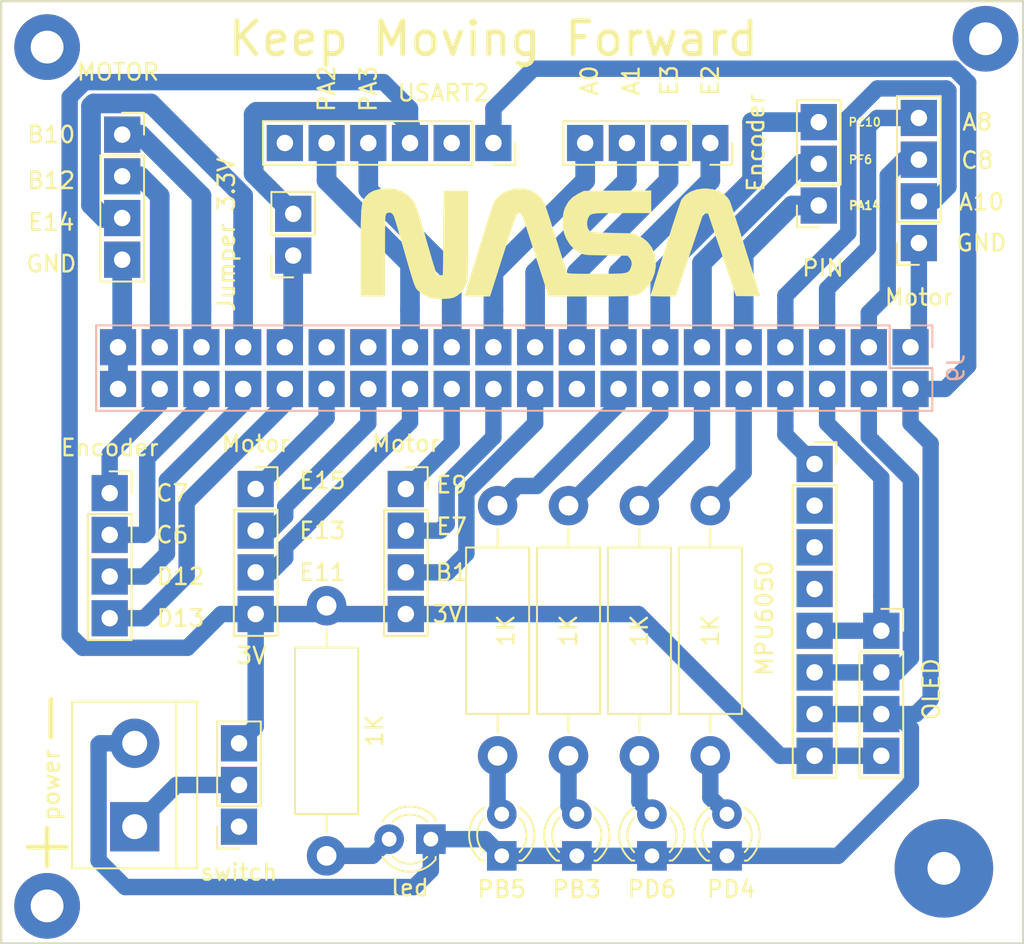
<source format=kicad_pcb>
(kicad_pcb (version 20171130) (host pcbnew "(5.1.2)-2")

  (general
    (thickness 1.6)
    (drawings 42)
    (tracks 216)
    (zones 0)
    (modules 25)
    (nets 53)
  )

  (page A4)
  (layers
    (0 F.Cu signal)
    (31 B.Cu signal)
    (32 B.Adhes user)
    (33 F.Adhes user)
    (34 B.Paste user)
    (35 F.Paste user)
    (36 B.SilkS user)
    (37 F.SilkS user)
    (38 B.Mask user)
    (39 F.Mask user)
    (40 Dwgs.User user)
    (41 Cmts.User user)
    (42 Eco1.User user)
    (43 Eco2.User user)
    (44 Edge.Cuts user)
    (45 Margin user)
    (46 B.CrtYd user)
    (47 F.CrtYd user)
    (48 B.Fab user)
    (49 F.Fab user)
  )

  (setup
    (last_trace_width 1)
    (user_trace_width 1)
    (user_trace_width 1.2)
    (trace_clearance 0.2)
    (zone_clearance 0.508)
    (zone_45_only no)
    (trace_min 0.2)
    (via_size 0.8)
    (via_drill 0.4)
    (via_min_size 0.4)
    (via_min_drill 0.3)
    (uvia_size 0.3)
    (uvia_drill 0.1)
    (uvias_allowed no)
    (uvia_min_size 0.2)
    (uvia_min_drill 0.1)
    (edge_width 0.1)
    (segment_width 0.2)
    (pcb_text_width 0.3)
    (pcb_text_size 1.5 1.5)
    (mod_edge_width 0.15)
    (mod_text_size 1 1)
    (mod_text_width 0.15)
    (pad_size 2.2 2.2)
    (pad_drill 1)
    (pad_to_mask_clearance 0)
    (aux_axis_origin 0 0)
    (visible_elements FFFFEF7F)
    (pcbplotparams
      (layerselection 0x010fc_ffffffff)
      (usegerberextensions false)
      (usegerberattributes false)
      (usegerberadvancedattributes false)
      (creategerberjobfile false)
      (excludeedgelayer true)
      (linewidth 0.100000)
      (plotframeref false)
      (viasonmask false)
      (mode 1)
      (useauxorigin false)
      (hpglpennumber 1)
      (hpglpenspeed 20)
      (hpglpendiameter 15.000000)
      (psnegative false)
      (psa4output false)
      (plotreference true)
      (plotvalue true)
      (plotinvisibletext false)
      (padsonsilk false)
      (subtractmaskfromsilk false)
      (outputformat 3)
      (mirror false)
      (drillshape 0)
      (scaleselection 1)
      (outputdirectory ""))
  )

  (net 0 "")
  (net 1 GND2)
  (net 2 "Net-(D1-Pad2)")
  (net 3 "Net-(D2-Pad2)")
  (net 4 "Net-(D3-Pad2)")
  (net 5 "Net-(D4-Pad2)")
  (net 6 "Net-(D5-Pad2)")
  (net 7 3V)
  (net 8 "Net-(J1-Pad2)")
  (net 9 "Net-(J1-Pad1)")
  (net 10 "Net-(J2-Pad1)")
  (net 11 "Net-(J4-Pad1)")
  (net 12 "Net-(J4-Pad2)")
  (net 13 "Net-(J4-Pad3)")
  (net 14 "Net-(J4-Pad4)")
  (net 15 "Net-(J5-Pad1)")
  (net 16 "Net-(J5-Pad2)")
  (net 17 "Net-(J5-Pad3)")
  (net 18 "Net-(J6-Pad3)")
  (net 19 "Net-(J6-Pad2)")
  (net 20 "Net-(J6-Pad1)")
  (net 21 "Net-(J7-Pad1)")
  (net 22 "Net-(J7-Pad2)")
  (net 23 "Net-(J7-Pad3)")
  (net 24 "Net-(J7-Pad4)")
  (net 25 "Net-(J8-Pad2)")
  (net 26 "Net-(J8-Pad4)")
  (net 27 "Net-(J8-Pad5)")
  (net 28 "Net-(J8-Pad6)")
  (net 29 "Net-(J12-Pad1)")
  (net 30 "Net-(J12-Pad3)")
  (net 31 "Net-(J13-Pad2)")
  (net 32 "Net-(J12-Pad4)")
  (net 33 "Net-(J13-Pad1)")
  (net 34 "Net-(J12-Pad2)")
  (net 35 "Net-(J14-Pad1)")
  (net 36 "Net-(J10-Pad1)")
  (net 37 "Net-(J9-Pad10)")
  (net 38 "Net-(J10-Pad2)")
  (net 39 "Net-(J9-Pad12)")
  (net 40 "Net-(J10-Pad3)")
  (net 41 "Net-(J9-Pad14)")
  (net 42 "Net-(J11-Pad1)")
  (net 43 "Net-(J9-Pad16)")
  (net 44 "Net-(J11-Pad2)")
  (net 45 "Net-(J9-Pad18)")
  (net 46 "Net-(J11-Pad3)")
  (net 47 "Net-(J11-Pad4)")
  (net 48 "Net-(J9-Pad27)")
  (net 49 "Net-(J9-Pad29)")
  (net 50 "Net-(J14-Pad2)")
  (net 51 "Net-(J14-Pad3)")
  (net 52 "Net-(J14-Pad4)")

  (net_class Default "This is the default net class."
    (clearance 0.2)
    (trace_width 0.25)
    (via_dia 0.8)
    (via_drill 0.4)
    (uvia_dia 0.3)
    (uvia_drill 0.1)
    (add_net 3V)
    (add_net GND2)
    (add_net "Net-(D1-Pad2)")
    (add_net "Net-(D2-Pad2)")
    (add_net "Net-(D3-Pad2)")
    (add_net "Net-(D4-Pad2)")
    (add_net "Net-(D5-Pad2)")
    (add_net "Net-(J1-Pad1)")
    (add_net "Net-(J1-Pad2)")
    (add_net "Net-(J10-Pad1)")
    (add_net "Net-(J10-Pad2)")
    (add_net "Net-(J10-Pad3)")
    (add_net "Net-(J11-Pad1)")
    (add_net "Net-(J11-Pad2)")
    (add_net "Net-(J11-Pad3)")
    (add_net "Net-(J11-Pad4)")
    (add_net "Net-(J12-Pad1)")
    (add_net "Net-(J12-Pad2)")
    (add_net "Net-(J12-Pad3)")
    (add_net "Net-(J12-Pad4)")
    (add_net "Net-(J13-Pad1)")
    (add_net "Net-(J13-Pad2)")
    (add_net "Net-(J14-Pad1)")
    (add_net "Net-(J14-Pad2)")
    (add_net "Net-(J14-Pad3)")
    (add_net "Net-(J14-Pad4)")
    (add_net "Net-(J2-Pad1)")
    (add_net "Net-(J4-Pad1)")
    (add_net "Net-(J4-Pad2)")
    (add_net "Net-(J4-Pad3)")
    (add_net "Net-(J4-Pad4)")
    (add_net "Net-(J5-Pad1)")
    (add_net "Net-(J5-Pad2)")
    (add_net "Net-(J5-Pad3)")
    (add_net "Net-(J6-Pad1)")
    (add_net "Net-(J6-Pad2)")
    (add_net "Net-(J6-Pad3)")
    (add_net "Net-(J7-Pad1)")
    (add_net "Net-(J7-Pad2)")
    (add_net "Net-(J7-Pad3)")
    (add_net "Net-(J7-Pad4)")
    (add_net "Net-(J8-Pad2)")
    (add_net "Net-(J8-Pad4)")
    (add_net "Net-(J8-Pad5)")
    (add_net "Net-(J8-Pad6)")
    (add_net "Net-(J9-Pad10)")
    (add_net "Net-(J9-Pad12)")
    (add_net "Net-(J9-Pad14)")
    (add_net "Net-(J9-Pad16)")
    (add_net "Net-(J9-Pad18)")
    (add_net "Net-(J9-Pad27)")
    (add_net "Net-(J9-Pad29)")
  )

  (module logo:logo4 (layer F.Cu) (tedit 0) (tstamp 5EBEE564)
    (at 143.002 71.628)
    (fp_text reference G*** (at 0 0) (layer F.SilkS) hide
      (effects (font (size 1.524 1.524) (thickness 0.3)))
    )
    (fp_text value LOGO (at 0.75 0) (layer F.SilkS) hide
      (effects (font (size 1.524 1.524) (thickness 0.3)))
    )
    (fp_poly (pts (xy 9.280746 -3.278491) (xy 9.651202 -3.166195) (xy 9.963991 -2.989129) (xy 10.207135 -2.753406)
      (xy 10.319279 -2.577316) (xy 10.353863 -2.491) (xy 10.415368 -2.317147) (xy 10.500684 -2.065281)
      (xy 10.6067 -1.744926) (xy 10.730307 -1.365604) (xy 10.868393 -0.936841) (xy 11.017849 -0.468158)
      (xy 11.175565 0.030919) (xy 11.284089 0.376871) (xy 11.443185 0.885377) (xy 11.593537 1.365624)
      (xy 11.732355 1.808713) (xy 11.856844 2.205748) (xy 11.964214 2.547831) (xy 12.051673 2.826065)
      (xy 12.116426 3.031553) (xy 12.155684 3.155396) (xy 12.166608 3.189051) (xy 12.155421 3.214794)
      (xy 12.092017 3.23192) (xy 11.964245 3.241289) (xy 11.759954 3.243761) (xy 11.466993 3.240196)
      (xy 11.448592 3.239851) (xy 10.707336 3.2258) (xy 9.858203 0.7112) (xy 9.009069 -1.8034)
      (xy 8.718514 -1.8034) (xy 7.040386 3.2512) (xy 6.260395 3.2512) (xy 5.994058 3.248874)
      (xy 5.769738 3.242457) (xy 5.604136 3.232788) (xy 5.513952 3.220707) (xy 5.502673 3.2131)
      (xy 5.52138 3.158903) (xy 5.567373 3.016319) (xy 5.637931 2.794027) (xy 5.730331 2.500706)
      (xy 5.841851 2.145036) (xy 5.969769 1.735696) (xy 6.111363 1.281365) (xy 6.26391 0.790724)
      (xy 6.398917 0.3556) (xy 6.57875 -0.220916) (xy 6.74734 -0.754271) (xy 6.902243 -1.237093)
      (xy 7.041015 -1.662006) (xy 7.161213 -2.021638) (xy 7.260392 -2.308614) (xy 7.336108 -2.515559)
      (xy 7.385917 -2.635101) (xy 7.396625 -2.654691) (xy 7.627955 -2.920184) (xy 7.931644 -3.12223)
      (xy 8.29708 -3.256022) (xy 8.713651 -3.316749) (xy 8.8646 -3.319902) (xy 9.280746 -3.278491)) (layer F.SilkS) (width 0.01))
    (fp_poly (pts (xy -2.156974 -3.305925) (xy -1.751766 -3.187403) (xy -1.414249 -2.993488) (xy -1.142527 -2.722813)
      (xy -0.972926 -2.45339) (xy -0.93648 -2.363454) (xy -0.873853 -2.187979) (xy -0.78886 -1.938497)
      (xy -0.685314 -1.626541) (xy -0.56703 -1.263643) (xy -0.437824 -0.861335) (xy -0.301508 -0.43115)
      (xy -0.253848 -0.2794) (xy -0.118042 0.152553) (xy 0.009784 0.556351) (xy 0.126155 0.921214)
      (xy 0.227593 1.236366) (xy 0.310622 1.491027) (xy 0.371767 1.674421) (xy 0.407549 1.775769)
      (xy 0.413864 1.7907) (xy 0.432863 1.814693) (xy 0.468692 1.83396) (xy 0.531597 1.849013)
      (xy 0.631824 1.860365) (xy 0.779618 1.86853) (xy 0.985226 1.874021) (xy 1.258892 1.877351)
      (xy 1.610862 1.879033) (xy 2.051381 1.87958) (xy 2.18871 1.8796) (xy 2.684254 1.879215)
      (xy 3.088444 1.877009) (xy 3.411524 1.871405) (xy 3.663738 1.860825) (xy 3.855331 1.843691)
      (xy 3.996548 1.818426) (xy 4.097634 1.783451) (xy 4.168833 1.737189) (xy 4.22039 1.678063)
      (xy 4.26255 1.604494) (xy 4.285749 1.55666) (xy 4.361274 1.311679) (xy 4.340298 1.09484)
      (xy 4.239899 0.921405) (xy 4.110998 0.768215) (xy 2.804799 0.752407) (xy 2.403867 0.747124)
      (xy 2.090546 0.741357) (xy 1.850849 0.733918) (xy 1.670791 0.723617) (xy 1.536384 0.709263)
      (xy 1.433643 0.689668) (xy 1.34858 0.663641) (xy 1.267209 0.629994) (xy 1.2446 0.619697)
      (xy 0.903267 0.407647) (xy 0.612389 0.112781) (xy 0.379902 -0.25544) (xy 0.252331 -0.563013)
      (xy 0.183546 -0.860801) (xy 0.154426 -1.203952) (xy 0.164018 -1.557372) (xy 0.211365 -1.885964)
      (xy 0.295514 -2.154634) (xy 0.295658 -2.154954) (xy 0.499544 -2.510108) (xy 0.760456 -2.787416)
      (xy 1.091443 -3.000622) (xy 1.105023 -3.007371) (xy 1.445389 -3.175) (xy 3.491294 -3.189865)
      (xy 5.5372 -3.20473) (xy 5.5372 -1.8288) (xy 3.770503 -1.8288) (xy 3.280132 -1.828643)
      (xy 2.881025 -1.827155) (xy 2.562845 -1.822809) (xy 2.315256 -1.814081) (xy 2.127922 -1.799444)
      (xy 1.990506 -1.777374) (xy 1.892672 -1.746345) (xy 1.824084 -1.704831) (xy 1.774405 -1.651308)
      (xy 1.733299 -1.584248) (xy 1.701509 -1.523439) (xy 1.639697 -1.326317) (xy 1.634896 -1.111937)
      (xy 1.681247 -0.910482) (xy 1.772891 -0.752136) (xy 1.865021 -0.681109) (xy 1.939317 -0.668373)
      (xy 2.100275 -0.654951) (xy 2.332971 -0.641607) (xy 2.622476 -0.629107) (xy 2.953865 -0.618214)
      (xy 3.2258 -0.611453) (xy 4.4958 -0.5842) (xy 4.8006 -0.434663) (xy 5.010296 -0.310206)
      (xy 5.224629 -0.149564) (xy 5.34283 -0.041549) (xy 5.578559 0.269873) (xy 5.736439 0.629076)
      (xy 5.817517 1.019829) (xy 5.822845 1.425903) (xy 5.753471 1.831067) (xy 5.610446 2.219091)
      (xy 5.394819 2.573744) (xy 5.156778 2.835432) (xy 5.059416 2.924198) (xy 4.971296 2.999342)
      (xy 4.883394 3.061996) (xy 4.786685 3.113297) (xy 4.672146 3.154377) (xy 4.530751 3.186372)
      (xy 4.353478 3.210415) (xy 4.131301 3.22764) (xy 3.855196 3.239183) (xy 3.51614 3.246176)
      (xy 3.105108 3.249756) (xy 2.613076 3.251055) (xy 2.031019 3.251208) (xy 1.848917 3.2512)
      (xy -0.703666 3.2512) (xy -1.067051 2.1209) (xy -1.292454 1.419781) (xy -1.488904 0.809041)
      (xy -1.658601 0.282351) (xy -1.803742 -0.166615) (xy -1.926526 -0.544186) (xy -2.029151 -0.85669)
      (xy -2.113817 -1.110455) (xy -2.182722 -1.311809) (xy -2.238063 -1.467079) (xy -2.28204 -1.582594)
      (xy -2.316851 -1.664681) (xy -2.344695 -1.719668) (xy -2.36777 -1.753884) (xy -2.388275 -1.773655)
      (xy -2.408408 -1.785311) (xy -2.427094 -1.793665) (xy -2.537146 -1.818935) (xy -2.62267 -1.767903)
      (xy -2.645694 -1.730329) (xy -2.681261 -1.648927) (xy -2.730993 -1.51879) (xy -2.796511 -1.335016)
      (xy -2.879439 -1.092698) (xy -2.981398 -0.786934) (xy -3.10401 -0.412817) (xy -3.248898 0.034557)
      (xy -3.417684 0.560093) (xy -3.61199 1.168694) (xy -3.833439 1.865267) (xy -4.043309 2.5273)
      (xy -4.272553 3.2512) (xy -5.062712 3.2512) (xy -5.362412 3.250296) (xy -5.574393 3.246564)
      (xy -5.712529 3.238469) (xy -5.790694 3.224479) (xy -5.822761 3.20306) (xy -5.822603 3.17268)
      (xy -5.820725 3.167431) (xy -5.799967 3.104189) (xy -5.752077 2.953103) (xy -5.679932 2.723394)
      (xy -5.58641 2.424283) (xy -5.474387 2.064993) (xy -5.346741 1.654746) (xy -5.206348 1.202764)
      (xy -5.056087 0.718269) (xy -4.976797 0.462331) (xy -4.820914 -0.040263) (xy -4.671945 -0.519089)
      (xy -4.532977 -0.964323) (xy -4.4071 -1.366137) (xy -4.297402 -1.714703) (xy -4.206972 -2.000196)
      (xy -4.138897 -2.212788) (xy -4.096266 -2.342652) (xy -4.086037 -2.371939) (xy -3.931315 -2.650309)
      (xy -3.696923 -2.892883) (xy -3.401155 -3.090802) (xy -3.062303 -3.23521) (xy -2.698661 -3.317251)
      (xy -2.328522 -3.328066) (xy -2.156974 -3.305925)) (layer F.SilkS) (width 0.01))
    (fp_poly (pts (xy -9.986437 -3.270372) (xy -9.59378 -3.125376) (xy -9.251239 -2.900939) (xy -8.969355 -2.60124)
      (xy -8.917711 -2.527411) (xy -8.867596 -2.443164) (xy -8.815651 -2.33577) (xy -8.75867 -2.195507)
      (xy -8.693451 -2.012655) (xy -8.616789 -1.777493) (xy -8.52548 -1.4803) (xy -8.41632 -1.111355)
      (xy -8.286106 -0.660936) (xy -8.179441 -0.287492) (xy -8.054547 0.14831) (xy -7.935445 0.558216)
      (xy -7.825561 0.930841) (xy -7.728325 1.254798) (xy -7.647165 1.5187) (xy -7.585512 1.71116)
      (xy -7.546793 1.820793) (xy -7.539863 1.836414) (xy -7.467003 1.941738) (xy -7.373021 1.974556)
      (xy -7.299642 1.971505) (xy -7.1374 1.9558) (xy -7.0866 -3.175) (xy -5.6134 -3.175)
      (xy -5.6134 -0.508) (xy -5.613639 0.087214) (xy -5.614541 0.589842) (xy -5.616386 1.008896)
      (xy -5.619453 1.353391) (xy -5.624021 1.63234) (xy -5.63037 1.854754) (xy -5.638779 2.029648)
      (xy -5.649527 2.166034) (xy -5.662894 2.272926) (xy -5.67916 2.359337) (xy -5.698603 2.43428)
      (xy -5.705277 2.456458) (xy -5.835348 2.744844) (xy -6.02837 3.003292) (xy -6.262034 3.207131)
      (xy -6.489697 3.323867) (xy -6.711774 3.373053) (xy -6.997715 3.399207) (xy -7.312505 3.402658)
      (xy -7.62113 3.383735) (xy -7.888578 3.342769) (xy -8.009512 3.309565) (xy -8.367987 3.135494)
      (xy -8.667845 2.885654) (xy -8.763564 2.772376) (xy -8.806589 2.698123) (xy -8.860775 2.570897)
      (xy -8.928319 2.383843) (xy -9.011418 2.130107) (xy -9.112269 1.802832) (xy -9.23307 1.395165)
      (xy -9.376016 0.900249) (xy -9.475377 0.551343) (xy -9.602187 0.106575) (xy -9.723063 -0.312797)
      (xy -9.834676 -0.695549) (xy -9.933696 -1.030462) (xy -10.016793 -1.306313) (xy -10.080636 -1.511881)
      (xy -10.121897 -1.635946) (xy -10.132289 -1.662367) (xy -10.237193 -1.803891) (xy -10.371296 -1.866244)
      (xy -10.511013 -1.841898) (xy -10.568447 -1.801548) (xy -10.591165 -1.777801) (xy -10.610138 -1.745472)
      (xy -10.625702 -1.695862) (xy -10.638196 -1.620272) (xy -10.647955 -1.510004) (xy -10.655317 -1.356358)
      (xy -10.660617 -1.150637) (xy -10.664194 -0.88414) (xy -10.666383 -0.54817) (xy -10.667522 -0.134028)
      (xy -10.667947 0.366985) (xy -10.668 0.769873) (xy -10.668 3.2512) (xy -12.1412 3.2512)
      (xy -12.140598 0.5969) (xy -12.140148 -0.032092) (xy -12.138614 -0.568215) (xy -12.13525 -1.0202)
      (xy -12.129315 -1.396778) (xy -12.120066 -1.706681) (xy -12.106759 -1.958638) (xy -12.088652 -2.161382)
      (xy -12.065 -2.323642) (xy -12.035063 -2.454151) (xy -11.998096 -2.561638) (xy -11.953356 -2.654834)
      (xy -11.900101 -2.742471) (xy -11.850214 -2.815373) (xy -11.641598 -3.027343) (xy -11.350934 -3.184858)
      (xy -10.975796 -3.289143) (xy -10.879946 -3.305329) (xy -10.418672 -3.331749) (xy -9.986437 -3.270372)) (layer F.SilkS) (width 0.01))
  )

  (module LED_THT:LED_D3.0mm_Clear (layer F.Cu) (tedit 5A6C9BC0) (tstamp 5EBE5B3B)
    (at 139.446 108.966 90)
    (descr "IR-LED, diameter 3.0mm, 2 pins, color: clear")
    (tags "IR infrared LED diameter 3.0mm 2 pins clear")
    (path /5EC01159)
    (fp_text reference PB5 (at -2.032 0 180) (layer F.SilkS)
      (effects (font (size 1 1) (thickness 0.15)))
    )
    (fp_text value LED (at 1.27 2.96 90) (layer F.Fab)
      (effects (font (size 1 1) (thickness 0.15)))
    )
    (fp_text user %R (at 1.47 0 90) (layer F.Fab)
      (effects (font (size 0.8 0.8) (thickness 0.12)))
    )
    (fp_line (start -0.23 -1.16619) (end -0.23 1.16619) (layer F.Fab) (width 0.1))
    (fp_line (start -0.29 -1.236) (end -0.29 -1.08) (layer F.SilkS) (width 0.12))
    (fp_line (start -0.29 1.08) (end -0.29 1.236) (layer F.SilkS) (width 0.12))
    (fp_line (start -1.15 -2.25) (end -1.15 2.25) (layer F.CrtYd) (width 0.05))
    (fp_line (start -1.15 2.25) (end 3.7 2.25) (layer F.CrtYd) (width 0.05))
    (fp_line (start 3.7 2.25) (end 3.7 -2.25) (layer F.CrtYd) (width 0.05))
    (fp_line (start 3.7 -2.25) (end -1.15 -2.25) (layer F.CrtYd) (width 0.05))
    (fp_circle (center 1.27 0) (end 2.77 0) (layer F.Fab) (width 0.1))
    (fp_arc (start 1.27 0) (end -0.23 -1.16619) (angle 284.3) (layer F.Fab) (width 0.1))
    (fp_arc (start 1.27 0) (end -0.29 -1.235516) (angle 108.8) (layer F.SilkS) (width 0.12))
    (fp_arc (start 1.27 0) (end -0.29 1.235516) (angle -108.8) (layer F.SilkS) (width 0.12))
    (fp_arc (start 1.27 0) (end 0.229039 -1.08) (angle 87.9) (layer F.SilkS) (width 0.12))
    (fp_arc (start 1.27 0) (end 0.229039 1.08) (angle -87.9) (layer F.SilkS) (width 0.12))
    (pad 1 thru_hole rect (at 0 0 90) (size 1.8 1.8) (drill 0.9) (layers *.Cu *.Mask)
      (net 1 GND2))
    (pad 2 thru_hole circle (at 2.54 0 90) (size 1.8 1.8) (drill 0.9) (layers *.Cu *.Mask)
      (net 2 "Net-(D1-Pad2)"))
    (model ${KISYS3DMOD}/LED_THT.3dshapes/LED_D3.0mm_Clear.wrl
      (at (xyz 0 0 0))
      (scale (xyz 1 1 1))
      (rotate (xyz 0 0 0))
    )
  )

  (module LED_THT:LED_D3.0mm_Clear (layer F.Cu) (tedit 5A6C9BC0) (tstamp 5EBE5B4F)
    (at 144.018 108.966 90)
    (descr "IR-LED, diameter 3.0mm, 2 pins, color: clear")
    (tags "IR infrared LED diameter 3.0mm 2 pins clear")
    (path /5EC0450C)
    (fp_text reference PB3 (at -2.032 0 180) (layer F.SilkS)
      (effects (font (size 1 1) (thickness 0.15)))
    )
    (fp_text value LED (at 1.27 2.96 90) (layer F.Fab)
      (effects (font (size 1 1) (thickness 0.15)))
    )
    (fp_text user %R (at 1.47 0 90) (layer F.Fab)
      (effects (font (size 0.8 0.8) (thickness 0.12)))
    )
    (fp_line (start -0.23 -1.16619) (end -0.23 1.16619) (layer F.Fab) (width 0.1))
    (fp_line (start -0.29 -1.236) (end -0.29 -1.08) (layer F.SilkS) (width 0.12))
    (fp_line (start -0.29 1.08) (end -0.29 1.236) (layer F.SilkS) (width 0.12))
    (fp_line (start -1.15 -2.25) (end -1.15 2.25) (layer F.CrtYd) (width 0.05))
    (fp_line (start -1.15 2.25) (end 3.7 2.25) (layer F.CrtYd) (width 0.05))
    (fp_line (start 3.7 2.25) (end 3.7 -2.25) (layer F.CrtYd) (width 0.05))
    (fp_line (start 3.7 -2.25) (end -1.15 -2.25) (layer F.CrtYd) (width 0.05))
    (fp_circle (center 1.27 0) (end 2.77 0) (layer F.Fab) (width 0.1))
    (fp_arc (start 1.27 0) (end -0.23 -1.16619) (angle 284.3) (layer F.Fab) (width 0.1))
    (fp_arc (start 1.27 0) (end -0.29 -1.235516) (angle 108.8) (layer F.SilkS) (width 0.12))
    (fp_arc (start 1.27 0) (end -0.29 1.235516) (angle -108.8) (layer F.SilkS) (width 0.12))
    (fp_arc (start 1.27 0) (end 0.229039 -1.08) (angle 87.9) (layer F.SilkS) (width 0.12))
    (fp_arc (start 1.27 0) (end 0.229039 1.08) (angle -87.9) (layer F.SilkS) (width 0.12))
    (pad 1 thru_hole rect (at 0 0 90) (size 1.8 1.8) (drill 0.9) (layers *.Cu *.Mask)
      (net 1 GND2))
    (pad 2 thru_hole circle (at 2.54 0 90) (size 1.8 1.8) (drill 0.9) (layers *.Cu *.Mask)
      (net 3 "Net-(D2-Pad2)"))
    (model ${KISYS3DMOD}/LED_THT.3dshapes/LED_D3.0mm_Clear.wrl
      (at (xyz 0 0 0))
      (scale (xyz 1 1 1))
      (rotate (xyz 0 0 0))
    )
  )

  (module LED_THT:LED_D3.0mm_Clear (layer F.Cu) (tedit 5A6C9BC0) (tstamp 5EBE5B63)
    (at 148.59 108.966 90)
    (descr "IR-LED, diameter 3.0mm, 2 pins, color: clear")
    (tags "IR infrared LED diameter 3.0mm 2 pins clear")
    (path /5EC0601E)
    (fp_text reference PD6 (at -2.032 0 180) (layer F.SilkS)
      (effects (font (size 1 1) (thickness 0.15)))
    )
    (fp_text value LED (at 1.27 2.96 90) (layer F.Fab)
      (effects (font (size 1 1) (thickness 0.15)))
    )
    (fp_arc (start 1.27 0) (end 0.229039 1.08) (angle -87.9) (layer F.SilkS) (width 0.12))
    (fp_arc (start 1.27 0) (end 0.229039 -1.08) (angle 87.9) (layer F.SilkS) (width 0.12))
    (fp_arc (start 1.27 0) (end -0.29 1.235516) (angle -108.8) (layer F.SilkS) (width 0.12))
    (fp_arc (start 1.27 0) (end -0.29 -1.235516) (angle 108.8) (layer F.SilkS) (width 0.12))
    (fp_arc (start 1.27 0) (end -0.23 -1.16619) (angle 284.3) (layer F.Fab) (width 0.1))
    (fp_circle (center 1.27 0) (end 2.77 0) (layer F.Fab) (width 0.1))
    (fp_line (start 3.7 -2.25) (end -1.15 -2.25) (layer F.CrtYd) (width 0.05))
    (fp_line (start 3.7 2.25) (end 3.7 -2.25) (layer F.CrtYd) (width 0.05))
    (fp_line (start -1.15 2.25) (end 3.7 2.25) (layer F.CrtYd) (width 0.05))
    (fp_line (start -1.15 -2.25) (end -1.15 2.25) (layer F.CrtYd) (width 0.05))
    (fp_line (start -0.29 1.08) (end -0.29 1.236) (layer F.SilkS) (width 0.12))
    (fp_line (start -0.29 -1.236) (end -0.29 -1.08) (layer F.SilkS) (width 0.12))
    (fp_line (start -0.23 -1.16619) (end -0.23 1.16619) (layer F.Fab) (width 0.1))
    (fp_text user %R (at 1.47 0 90) (layer F.Fab)
      (effects (font (size 0.8 0.8) (thickness 0.12)))
    )
    (pad 2 thru_hole circle (at 2.54 0 90) (size 1.8 1.8) (drill 0.9) (layers *.Cu *.Mask)
      (net 4 "Net-(D3-Pad2)"))
    (pad 1 thru_hole rect (at 0 0 90) (size 1.8 1.8) (drill 0.9) (layers *.Cu *.Mask)
      (net 1 GND2))
    (model ${KISYS3DMOD}/LED_THT.3dshapes/LED_D3.0mm_Clear.wrl
      (at (xyz 0 0 0))
      (scale (xyz 1 1 1))
      (rotate (xyz 0 0 0))
    )
  )

  (module LED_THT:LED_D3.0mm_Clear (layer F.Cu) (tedit 5A6C9BC0) (tstamp 5EBE5B77)
    (at 153.162 108.966 90)
    (descr "IR-LED, diameter 3.0mm, 2 pins, color: clear")
    (tags "IR infrared LED diameter 3.0mm 2 pins clear")
    (path /5EC07A40)
    (fp_text reference PD4 (at -2.032 0.254 180) (layer F.SilkS)
      (effects (font (size 1 1) (thickness 0.15)))
    )
    (fp_text value LED (at 1.27 2.96 90) (layer F.Fab)
      (effects (font (size 1 1) (thickness 0.15)))
    )
    (fp_text user %R (at 1.47 0 90) (layer F.Fab)
      (effects (font (size 0.8 0.8) (thickness 0.12)))
    )
    (fp_line (start -0.23 -1.16619) (end -0.23 1.16619) (layer F.Fab) (width 0.1))
    (fp_line (start -0.29 -1.236) (end -0.29 -1.08) (layer F.SilkS) (width 0.12))
    (fp_line (start -0.29 1.08) (end -0.29 1.236) (layer F.SilkS) (width 0.12))
    (fp_line (start -1.15 -2.25) (end -1.15 2.25) (layer F.CrtYd) (width 0.05))
    (fp_line (start -1.15 2.25) (end 3.7 2.25) (layer F.CrtYd) (width 0.05))
    (fp_line (start 3.7 2.25) (end 3.7 -2.25) (layer F.CrtYd) (width 0.05))
    (fp_line (start 3.7 -2.25) (end -1.15 -2.25) (layer F.CrtYd) (width 0.05))
    (fp_circle (center 1.27 0) (end 2.77 0) (layer F.Fab) (width 0.1))
    (fp_arc (start 1.27 0) (end -0.23 -1.16619) (angle 284.3) (layer F.Fab) (width 0.1))
    (fp_arc (start 1.27 0) (end -0.29 -1.235516) (angle 108.8) (layer F.SilkS) (width 0.12))
    (fp_arc (start 1.27 0) (end -0.29 1.235516) (angle -108.8) (layer F.SilkS) (width 0.12))
    (fp_arc (start 1.27 0) (end 0.229039 -1.08) (angle 87.9) (layer F.SilkS) (width 0.12))
    (fp_arc (start 1.27 0) (end 0.229039 1.08) (angle -87.9) (layer F.SilkS) (width 0.12))
    (pad 1 thru_hole rect (at 0 0 90) (size 1.8 1.8) (drill 0.9) (layers *.Cu *.Mask)
      (net 1 GND2))
    (pad 2 thru_hole circle (at 2.54 0 90) (size 1.8 1.8) (drill 0.9) (layers *.Cu *.Mask)
      (net 5 "Net-(D4-Pad2)"))
    (model ${KISYS3DMOD}/LED_THT.3dshapes/LED_D3.0mm_Clear.wrl
      (at (xyz 0 0 0))
      (scale (xyz 1 1 1))
      (rotate (xyz 0 0 0))
    )
  )

  (module LED_THT:LED_D3.0mm_Clear (layer F.Cu) (tedit 5A6C9BC0) (tstamp 5EBE5B8B)
    (at 135.128 107.95 180)
    (descr "IR-LED, diameter 3.0mm, 2 pins, color: clear")
    (tags "IR infrared LED diameter 3.0mm 2 pins clear")
    (path /5EBF5881)
    (fp_text reference led (at 1.27 -2.96) (layer F.SilkS)
      (effects (font (size 1 1) (thickness 0.15)))
    )
    (fp_text value LED (at 1.27 2.96) (layer F.Fab)
      (effects (font (size 1 1) (thickness 0.15)))
    )
    (fp_arc (start 1.27 0) (end 0.229039 1.08) (angle -87.9) (layer F.SilkS) (width 0.12))
    (fp_arc (start 1.27 0) (end 0.229039 -1.08) (angle 87.9) (layer F.SilkS) (width 0.12))
    (fp_arc (start 1.27 0) (end -0.29 1.235516) (angle -108.8) (layer F.SilkS) (width 0.12))
    (fp_arc (start 1.27 0) (end -0.29 -1.235516) (angle 108.8) (layer F.SilkS) (width 0.12))
    (fp_arc (start 1.27 0) (end -0.23 -1.16619) (angle 284.3) (layer F.Fab) (width 0.1))
    (fp_circle (center 1.27 0) (end 2.77 0) (layer F.Fab) (width 0.1))
    (fp_line (start 3.7 -2.25) (end -1.15 -2.25) (layer F.CrtYd) (width 0.05))
    (fp_line (start 3.7 2.25) (end 3.7 -2.25) (layer F.CrtYd) (width 0.05))
    (fp_line (start -1.15 2.25) (end 3.7 2.25) (layer F.CrtYd) (width 0.05))
    (fp_line (start -1.15 -2.25) (end -1.15 2.25) (layer F.CrtYd) (width 0.05))
    (fp_line (start -0.29 1.08) (end -0.29 1.236) (layer F.SilkS) (width 0.12))
    (fp_line (start -0.29 -1.236) (end -0.29 -1.08) (layer F.SilkS) (width 0.12))
    (fp_line (start -0.23 -1.16619) (end -0.23 1.16619) (layer F.Fab) (width 0.1))
    (fp_text user %R (at 1.47 0) (layer F.Fab)
      (effects (font (size 0.8 0.8) (thickness 0.12)))
    )
    (pad 2 thru_hole circle (at 2.54 0 180) (size 1.8 1.8) (drill 0.9) (layers *.Cu *.Mask)
      (net 6 "Net-(D5-Pad2)"))
    (pad 1 thru_hole rect (at 0 0 180) (size 1.8 1.8) (drill 0.9) (layers *.Cu *.Mask)
      (net 1 GND2))
    (model ${KISYS3DMOD}/LED_THT.3dshapes/LED_D3.0mm_Clear.wrl
      (at (xyz 0 0 0))
      (scale (xyz 1 1 1))
      (rotate (xyz 0 0 0))
    )
  )

  (module Connector_PinSocket_2.54mm:PinSocket_1x03_P2.54mm_Vertical (layer F.Cu) (tedit 5A19A429) (tstamp 5EBE5BA2)
    (at 123.444 107.188 180)
    (descr "Through hole straight socket strip, 1x03, 2.54mm pitch, single row (from Kicad 4.0.7), script generated")
    (tags "Through hole socket strip THT 1x03 2.54mm single row")
    (path /5EC251AB)
    (fp_text reference switch (at 0 -2.77) (layer F.SilkS)
      (effects (font (size 1 1) (thickness 0.15)))
    )
    (fp_text value Barrel_Jack_Switch (at 0 7.85) (layer F.Fab)
      (effects (font (size 1 1) (thickness 0.15)))
    )
    (fp_text user %R (at 0 2.54 90) (layer F.Fab)
      (effects (font (size 1 1) (thickness 0.15)))
    )
    (fp_line (start -1.8 6.85) (end -1.8 -1.8) (layer F.CrtYd) (width 0.05))
    (fp_line (start 1.75 6.85) (end -1.8 6.85) (layer F.CrtYd) (width 0.05))
    (fp_line (start 1.75 -1.8) (end 1.75 6.85) (layer F.CrtYd) (width 0.05))
    (fp_line (start -1.8 -1.8) (end 1.75 -1.8) (layer F.CrtYd) (width 0.05))
    (fp_line (start 0 -1.33) (end 1.33 -1.33) (layer F.SilkS) (width 0.12))
    (fp_line (start 1.33 -1.33) (end 1.33 0) (layer F.SilkS) (width 0.12))
    (fp_line (start 1.33 1.27) (end 1.33 6.41) (layer F.SilkS) (width 0.12))
    (fp_line (start -1.33 6.41) (end 1.33 6.41) (layer F.SilkS) (width 0.12))
    (fp_line (start -1.33 1.27) (end -1.33 6.41) (layer F.SilkS) (width 0.12))
    (fp_line (start -1.33 1.27) (end 1.33 1.27) (layer F.SilkS) (width 0.12))
    (fp_line (start -1.27 6.35) (end -1.27 -1.27) (layer F.Fab) (width 0.1))
    (fp_line (start 1.27 6.35) (end -1.27 6.35) (layer F.Fab) (width 0.1))
    (fp_line (start 1.27 -0.635) (end 1.27 6.35) (layer F.Fab) (width 0.1))
    (fp_line (start 0.635 -1.27) (end 1.27 -0.635) (layer F.Fab) (width 0.1))
    (fp_line (start -1.27 -1.27) (end 0.635 -1.27) (layer F.Fab) (width 0.1))
    (pad 3 thru_hole rect (at 0 5.08 180) (size 2.2 2.2) (drill 1) (layers *.Cu *.Mask)
      (net 7 3V))
    (pad 2 thru_hole rect (at 0 2.54 180) (size 2.2 2.2) (drill 1) (layers *.Cu *.Mask)
      (net 8 "Net-(J1-Pad2)"))
    (pad 1 thru_hole rect (at 0 0 180) (size 2.2 2.2) (drill 1) (layers *.Cu *.Mask)
      (net 9 "Net-(J1-Pad1)"))
    (model ${KISYS3DMOD}/Connector_PinSocket_2.54mm.3dshapes/PinSocket_1x03_P2.54mm_Vertical.wrl
      (at (xyz 0 0 0))
      (scale (xyz 1 1 1))
      (rotate (xyz 0 0 0))
    )
  )

  (module Connector_PinSocket_2.54mm:PinSocket_1x02_P2.54mm_Vertical (layer F.Cu) (tedit 5A19A420) (tstamp 5EBE5BB8)
    (at 126.746 72.39 180)
    (descr "Through hole straight socket strip, 1x02, 2.54mm pitch, single row (from Kicad 4.0.7), script generated")
    (tags "Through hole socket strip THT 1x02 2.54mm single row")
    (path /5EC2C533)
    (fp_text reference "Jumper 3.3V" (at 4.064 1.27 90) (layer F.SilkS)
      (effects (font (size 1 1) (thickness 0.15)))
    )
    (fp_text value jumper (at 0 5.31) (layer F.Fab)
      (effects (font (size 1 1) (thickness 0.15)))
    )
    (fp_line (start -1.27 -1.27) (end 0.635 -1.27) (layer F.Fab) (width 0.1))
    (fp_line (start 0.635 -1.27) (end 1.27 -0.635) (layer F.Fab) (width 0.1))
    (fp_line (start 1.27 -0.635) (end 1.27 3.81) (layer F.Fab) (width 0.1))
    (fp_line (start 1.27 3.81) (end -1.27 3.81) (layer F.Fab) (width 0.1))
    (fp_line (start -1.27 3.81) (end -1.27 -1.27) (layer F.Fab) (width 0.1))
    (fp_line (start -1.33 1.27) (end 1.33 1.27) (layer F.SilkS) (width 0.12))
    (fp_line (start -1.33 1.27) (end -1.33 3.87) (layer F.SilkS) (width 0.12))
    (fp_line (start -1.33 3.87) (end 1.33 3.87) (layer F.SilkS) (width 0.12))
    (fp_line (start 1.33 1.27) (end 1.33 3.87) (layer F.SilkS) (width 0.12))
    (fp_line (start 1.33 -1.33) (end 1.33 0) (layer F.SilkS) (width 0.12))
    (fp_line (start 0 -1.33) (end 1.33 -1.33) (layer F.SilkS) (width 0.12))
    (fp_line (start -1.8 -1.8) (end 1.75 -1.8) (layer F.CrtYd) (width 0.05))
    (fp_line (start 1.75 -1.8) (end 1.75 4.3) (layer F.CrtYd) (width 0.05))
    (fp_line (start 1.75 4.3) (end -1.8 4.3) (layer F.CrtYd) (width 0.05))
    (fp_line (start -1.8 4.3) (end -1.8 -1.8) (layer F.CrtYd) (width 0.05))
    (fp_text user %R (at 0 1.27 90) (layer F.Fab)
      (effects (font (size 1 1) (thickness 0.15)))
    )
    (pad 1 thru_hole rect (at 0 0 180) (size 2.2 2.2) (drill 1) (layers *.Cu *.Mask)
      (net 10 "Net-(J2-Pad1)"))
    (pad 2 thru_hole rect (at 0 2.54 180) (size 2.2 2.2) (drill 1) (layers *.Cu *.Mask)
      (net 7 3V))
    (model ${KISYS3DMOD}/Connector_PinSocket_2.54mm.3dshapes/PinSocket_1x02_P2.54mm_Vertical.wrl
      (at (xyz 0 0 0))
      (scale (xyz 1 1 1))
      (rotate (xyz 0 0 0))
    )
  )

  (module Connector_PinSocket_2.54mm:PinSocket_1x04_P2.54mm_Vertical (layer F.Cu) (tedit 5A19A429) (tstamp 5EBE5BD0)
    (at 115.57 86.868)
    (descr "Through hole straight socket strip, 1x04, 2.54mm pitch, single row (from Kicad 4.0.7), script generated")
    (tags "Through hole socket strip THT 1x04 2.54mm single row")
    (path /5EC1F31D)
    (fp_text reference Encoder (at 0 -2.77) (layer F.SilkS)
      (effects (font (size 1 1) (thickness 0.15)))
    )
    (fp_text value Encoder (at 0 10.39) (layer F.Fab)
      (effects (font (size 1 1) (thickness 0.15)))
    )
    (fp_line (start -1.27 -1.27) (end 0.635 -1.27) (layer F.Fab) (width 0.1))
    (fp_line (start 0.635 -1.27) (end 1.27 -0.635) (layer F.Fab) (width 0.1))
    (fp_line (start 1.27 -0.635) (end 1.27 8.89) (layer F.Fab) (width 0.1))
    (fp_line (start 1.27 8.89) (end -1.27 8.89) (layer F.Fab) (width 0.1))
    (fp_line (start -1.27 8.89) (end -1.27 -1.27) (layer F.Fab) (width 0.1))
    (fp_line (start -1.33 1.27) (end 1.33 1.27) (layer F.SilkS) (width 0.12))
    (fp_line (start -1.33 1.27) (end -1.33 8.95) (layer F.SilkS) (width 0.12))
    (fp_line (start -1.33 8.95) (end 1.33 8.95) (layer F.SilkS) (width 0.12))
    (fp_line (start 1.33 1.27) (end 1.33 8.95) (layer F.SilkS) (width 0.12))
    (fp_line (start 1.33 -1.33) (end 1.33 0) (layer F.SilkS) (width 0.12))
    (fp_line (start 0 -1.33) (end 1.33 -1.33) (layer F.SilkS) (width 0.12))
    (fp_line (start -1.8 -1.8) (end 1.75 -1.8) (layer F.CrtYd) (width 0.05))
    (fp_line (start 1.75 -1.8) (end 1.75 9.4) (layer F.CrtYd) (width 0.05))
    (fp_line (start 1.75 9.4) (end -1.8 9.4) (layer F.CrtYd) (width 0.05))
    (fp_line (start -1.8 9.4) (end -1.8 -1.8) (layer F.CrtYd) (width 0.05))
    (fp_text user %R (at 0 3.81 90) (layer F.Fab)
      (effects (font (size 1 1) (thickness 0.15)))
    )
    (pad 1 thru_hole rect (at 0 0) (size 2.2 2.2) (drill 1) (layers *.Cu *.Mask)
      (net 11 "Net-(J4-Pad1)"))
    (pad 2 thru_hole rect (at 0 2.54) (size 2.2 2.2) (drill 1) (layers *.Cu *.Mask)
      (net 12 "Net-(J4-Pad2)"))
    (pad 3 thru_hole rect (at 0 5.08) (size 2.2 2.2) (drill 1) (layers *.Cu *.Mask)
      (net 13 "Net-(J4-Pad3)"))
    (pad 4 thru_hole rect (at 0 7.62) (size 2.2 2.2) (drill 1) (layers *.Cu *.Mask)
      (net 14 "Net-(J4-Pad4)"))
    (model ${KISYS3DMOD}/Connector_PinSocket_2.54mm.3dshapes/PinSocket_1x04_P2.54mm_Vertical.wrl
      (at (xyz 0 0 0))
      (scale (xyz 1 1 1))
      (rotate (xyz 0 0 0))
    )
  )

  (module Connector_PinSocket_2.54mm:PinSocket_1x04_P2.54mm_Vertical (layer F.Cu) (tedit 5A19A429) (tstamp 5EBE5BE8)
    (at 124.46 86.614)
    (descr "Through hole straight socket strip, 1x04, 2.54mm pitch, single row (from Kicad 4.0.7), script generated")
    (tags "Through hole socket strip THT 1x04 2.54mm single row")
    (path /5EC2671C)
    (fp_text reference Motor (at 0 -2.77) (layer F.SilkS)
      (effects (font (size 1 1) (thickness 0.15)))
    )
    (fp_text value Motor3 (at 0 10.39) (layer F.Fab)
      (effects (font (size 1 1) (thickness 0.15)))
    )
    (fp_line (start -1.27 -1.27) (end 0.635 -1.27) (layer F.Fab) (width 0.1))
    (fp_line (start 0.635 -1.27) (end 1.27 -0.635) (layer F.Fab) (width 0.1))
    (fp_line (start 1.27 -0.635) (end 1.27 8.89) (layer F.Fab) (width 0.1))
    (fp_line (start 1.27 8.89) (end -1.27 8.89) (layer F.Fab) (width 0.1))
    (fp_line (start -1.27 8.89) (end -1.27 -1.27) (layer F.Fab) (width 0.1))
    (fp_line (start -1.33 1.27) (end 1.33 1.27) (layer F.SilkS) (width 0.12))
    (fp_line (start -1.33 1.27) (end -1.33 8.95) (layer F.SilkS) (width 0.12))
    (fp_line (start -1.33 8.95) (end 1.33 8.95) (layer F.SilkS) (width 0.12))
    (fp_line (start 1.33 1.27) (end 1.33 8.95) (layer F.SilkS) (width 0.12))
    (fp_line (start 1.33 -1.33) (end 1.33 0) (layer F.SilkS) (width 0.12))
    (fp_line (start 0 -1.33) (end 1.33 -1.33) (layer F.SilkS) (width 0.12))
    (fp_line (start -1.8 -1.8) (end 1.75 -1.8) (layer F.CrtYd) (width 0.05))
    (fp_line (start 1.75 -1.8) (end 1.75 9.4) (layer F.CrtYd) (width 0.05))
    (fp_line (start 1.75 9.4) (end -1.8 9.4) (layer F.CrtYd) (width 0.05))
    (fp_line (start -1.8 9.4) (end -1.8 -1.8) (layer F.CrtYd) (width 0.05))
    (fp_text user %R (at 0 3.81 90) (layer F.Fab)
      (effects (font (size 1 1) (thickness 0.15)))
    )
    (pad 1 thru_hole rect (at 0 0) (size 2.2 2.2) (drill 1) (layers *.Cu *.Mask)
      (net 15 "Net-(J5-Pad1)"))
    (pad 2 thru_hole rect (at 0 2.54) (size 2.2 2.2) (drill 1) (layers *.Cu *.Mask)
      (net 16 "Net-(J5-Pad2)"))
    (pad 3 thru_hole rect (at 0 5.08) (size 2.2 2.2) (drill 1) (layers *.Cu *.Mask)
      (net 17 "Net-(J5-Pad3)"))
    (pad 4 thru_hole rect (at 0 7.62) (size 2.2 2.2) (drill 1) (layers *.Cu *.Mask)
      (net 7 3V))
    (model ${KISYS3DMOD}/Connector_PinSocket_2.54mm.3dshapes/PinSocket_1x04_P2.54mm_Vertical.wrl
      (at (xyz 0 0 0))
      (scale (xyz 1 1 1))
      (rotate (xyz 0 0 0))
    )
  )

  (module Connector_PinSocket_2.54mm:PinSocket_1x04_P2.54mm_Vertical (layer F.Cu) (tedit 5A19A429) (tstamp 5EBE5C00)
    (at 133.604 86.614)
    (descr "Through hole straight socket strip, 1x04, 2.54mm pitch, single row (from Kicad 4.0.7), script generated")
    (tags "Through hole socket strip THT 1x04 2.54mm single row")
    (path /5EC2D0F2)
    (fp_text reference Motor (at 0 -2.77) (layer F.SilkS)
      (effects (font (size 1 1) (thickness 0.15)))
    )
    (fp_text value Motor4 (at 0 10.39) (layer F.Fab)
      (effects (font (size 1 1) (thickness 0.15)))
    )
    (fp_text user %R (at 0 3.81 90) (layer F.Fab)
      (effects (font (size 1 1) (thickness 0.15)))
    )
    (fp_line (start -1.8 9.4) (end -1.8 -1.8) (layer F.CrtYd) (width 0.05))
    (fp_line (start 1.75 9.4) (end -1.8 9.4) (layer F.CrtYd) (width 0.05))
    (fp_line (start 1.75 -1.8) (end 1.75 9.4) (layer F.CrtYd) (width 0.05))
    (fp_line (start -1.8 -1.8) (end 1.75 -1.8) (layer F.CrtYd) (width 0.05))
    (fp_line (start 0 -1.33) (end 1.33 -1.33) (layer F.SilkS) (width 0.12))
    (fp_line (start 1.33 -1.33) (end 1.33 0) (layer F.SilkS) (width 0.12))
    (fp_line (start 1.33 1.27) (end 1.33 8.95) (layer F.SilkS) (width 0.12))
    (fp_line (start -1.33 8.95) (end 1.33 8.95) (layer F.SilkS) (width 0.12))
    (fp_line (start -1.33 1.27) (end -1.33 8.95) (layer F.SilkS) (width 0.12))
    (fp_line (start -1.33 1.27) (end 1.33 1.27) (layer F.SilkS) (width 0.12))
    (fp_line (start -1.27 8.89) (end -1.27 -1.27) (layer F.Fab) (width 0.1))
    (fp_line (start 1.27 8.89) (end -1.27 8.89) (layer F.Fab) (width 0.1))
    (fp_line (start 1.27 -0.635) (end 1.27 8.89) (layer F.Fab) (width 0.1))
    (fp_line (start 0.635 -1.27) (end 1.27 -0.635) (layer F.Fab) (width 0.1))
    (fp_line (start -1.27 -1.27) (end 0.635 -1.27) (layer F.Fab) (width 0.1))
    (pad 4 thru_hole rect (at 0 7.62) (size 2.2 2.2) (drill 1) (layers *.Cu *.Mask)
      (net 7 3V))
    (pad 3 thru_hole rect (at 0 5.08) (size 2.2 2.2) (drill 1) (layers *.Cu *.Mask)
      (net 18 "Net-(J6-Pad3)"))
    (pad 2 thru_hole rect (at 0 2.54) (size 2.2 2.2) (drill 1) (layers *.Cu *.Mask)
      (net 19 "Net-(J6-Pad2)"))
    (pad 1 thru_hole rect (at 0 0) (size 2.2 2.2) (drill 1) (layers *.Cu *.Mask)
      (net 20 "Net-(J6-Pad1)"))
    (model ${KISYS3DMOD}/Connector_PinSocket_2.54mm.3dshapes/PinSocket_1x04_P2.54mm_Vertical.wrl
      (at (xyz 0 0 0))
      (scale (xyz 1 1 1))
      (rotate (xyz 0 0 0))
    )
  )

  (module Connector_PinSocket_2.54mm:PinSocket_1x04_P2.54mm_Vertical (layer F.Cu) (tedit 5A19A429) (tstamp 5EBEEA3B)
    (at 116.332 65.024)
    (descr "Through hole straight socket strip, 1x04, 2.54mm pitch, single row (from Kicad 4.0.7), script generated")
    (tags "Through hole socket strip THT 1x04 2.54mm single row")
    (path /5EC1ABB9)
    (fp_text reference MOTOR (at -0.254 -3.81) (layer F.SilkS)
      (effects (font (size 1 1) (thickness 0.15)))
    )
    (fp_text value Motor2 (at 0 10.39) (layer F.Fab)
      (effects (font (size 1 1) (thickness 0.15)))
    )
    (fp_line (start -1.27 -1.27) (end 0.635 -1.27) (layer F.Fab) (width 0.1))
    (fp_line (start 0.635 -1.27) (end 1.27 -0.635) (layer F.Fab) (width 0.1))
    (fp_line (start 1.27 -0.635) (end 1.27 8.89) (layer F.Fab) (width 0.1))
    (fp_line (start 1.27 8.89) (end -1.27 8.89) (layer F.Fab) (width 0.1))
    (fp_line (start -1.27 8.89) (end -1.27 -1.27) (layer F.Fab) (width 0.1))
    (fp_line (start -1.33 1.27) (end 1.33 1.27) (layer F.SilkS) (width 0.12))
    (fp_line (start -1.33 1.27) (end -1.33 8.95) (layer F.SilkS) (width 0.12))
    (fp_line (start -1.33 8.95) (end 1.33 8.95) (layer F.SilkS) (width 0.12))
    (fp_line (start 1.33 1.27) (end 1.33 8.95) (layer F.SilkS) (width 0.12))
    (fp_line (start 1.33 -1.33) (end 1.33 0) (layer F.SilkS) (width 0.12))
    (fp_line (start 0 -1.33) (end 1.33 -1.33) (layer F.SilkS) (width 0.12))
    (fp_line (start -1.8 -1.8) (end 1.75 -1.8) (layer F.CrtYd) (width 0.05))
    (fp_line (start 1.75 -1.8) (end 1.75 9.4) (layer F.CrtYd) (width 0.05))
    (fp_line (start 1.75 9.4) (end -1.8 9.4) (layer F.CrtYd) (width 0.05))
    (fp_line (start -1.8 9.4) (end -1.8 -1.8) (layer F.CrtYd) (width 0.05))
    (fp_text user %R (at 0 3.81 90) (layer F.Fab)
      (effects (font (size 1 1) (thickness 0.15)))
    )
    (pad 1 thru_hole rect (at 0 0) (size 2.2 2.2) (drill 1) (layers *.Cu *.Mask)
      (net 21 "Net-(J7-Pad1)"))
    (pad 2 thru_hole rect (at 0 2.54) (size 2.2 2.2) (drill 1) (layers *.Cu *.Mask)
      (net 22 "Net-(J7-Pad2)"))
    (pad 3 thru_hole rect (at 0 5.08) (size 2.2 2.2) (drill 1) (layers *.Cu *.Mask)
      (net 23 "Net-(J7-Pad3)"))
    (pad 4 thru_hole rect (at 0 7.62) (size 2.2 2.2) (drill 1) (layers *.Cu *.Mask)
      (net 24 "Net-(J7-Pad4)"))
    (model ${KISYS3DMOD}/Connector_PinSocket_2.54mm.3dshapes/PinSocket_1x04_P2.54mm_Vertical.wrl
      (at (xyz 0 0 0))
      (scale (xyz 1 1 1))
      (rotate (xyz 0 0 0))
    )
  )

  (module Connector_PinSocket_2.54mm:PinSocket_1x06_P2.54mm_Vertical (layer F.Cu) (tedit 5A19A430) (tstamp 5EBE5C32)
    (at 138.938 65.532 270)
    (descr "Through hole straight socket strip, 1x06, 2.54mm pitch, single row (from Kicad 4.0.7), script generated")
    (tags "Through hole socket strip THT 1x06 2.54mm single row")
    (path /5EBE5DA0)
    (fp_text reference USART2 (at -3.048 3.048 180) (layer F.SilkS)
      (effects (font (size 1 1) (thickness 0.15)))
    )
    (fp_text value USART2 (at 0 15.47 90) (layer F.Fab)
      (effects (font (size 1 1) (thickness 0.15)))
    )
    (fp_line (start -1.27 -1.27) (end 0.635 -1.27) (layer F.Fab) (width 0.1))
    (fp_line (start 0.635 -1.27) (end 1.27 -0.635) (layer F.Fab) (width 0.1))
    (fp_line (start 1.27 -0.635) (end 1.27 13.97) (layer F.Fab) (width 0.1))
    (fp_line (start 1.27 13.97) (end -1.27 13.97) (layer F.Fab) (width 0.1))
    (fp_line (start -1.27 13.97) (end -1.27 -1.27) (layer F.Fab) (width 0.1))
    (fp_line (start -1.33 1.27) (end 1.33 1.27) (layer F.SilkS) (width 0.12))
    (fp_line (start -1.33 1.27) (end -1.33 14.03) (layer F.SilkS) (width 0.12))
    (fp_line (start -1.33 14.03) (end 1.33 14.03) (layer F.SilkS) (width 0.12))
    (fp_line (start 1.33 1.27) (end 1.33 14.03) (layer F.SilkS) (width 0.12))
    (fp_line (start 1.33 -1.33) (end 1.33 0) (layer F.SilkS) (width 0.12))
    (fp_line (start 0 -1.33) (end 1.33 -1.33) (layer F.SilkS) (width 0.12))
    (fp_line (start -1.8 -1.8) (end 1.75 -1.8) (layer F.CrtYd) (width 0.05))
    (fp_line (start 1.75 -1.8) (end 1.75 14.45) (layer F.CrtYd) (width 0.05))
    (fp_line (start 1.75 14.45) (end -1.8 14.45) (layer F.CrtYd) (width 0.05))
    (fp_line (start -1.8 14.45) (end -1.8 -1.8) (layer F.CrtYd) (width 0.05))
    (fp_text user %R (at -5.955001 3.622999) (layer F.Fab)
      (effects (font (size 1 1) (thickness 0.15)))
    )
    (pad 1 thru_hole rect (at 0 0 270) (size 2.2 2.2) (drill 1) (layers *.Cu *.Mask)
      (net 1 GND2))
    (pad 2 thru_hole rect (at 0 2.54 270) (size 2.2 2.2) (drill 1) (layers *.Cu *.Mask)
      (net 25 "Net-(J8-Pad2)"))
    (pad 3 thru_hole rect (at 0 5.08 270) (size 2.2 2.2) (drill 1) (layers *.Cu *.Mask)
      (net 7 3V))
    (pad 4 thru_hole rect (at 0 7.62 270) (size 2.2 2.2) (drill 1) (layers *.Cu *.Mask)
      (net 26 "Net-(J8-Pad4)"))
    (pad 5 thru_hole rect (at 0 10.16 270) (size 2.2 2.2) (drill 1) (layers *.Cu *.Mask)
      (net 27 "Net-(J8-Pad5)"))
    (pad 6 thru_hole rect (at 0 12.7 270) (size 2.2 2.2) (drill 1) (layers *.Cu *.Mask)
      (net 28 "Net-(J8-Pad6)"))
    (model ${KISYS3DMOD}/Connector_PinSocket_2.54mm.3dshapes/PinSocket_1x06_P2.54mm_Vertical.wrl
      (at (xyz 0 0 0))
      (scale (xyz 1 1 1))
      (rotate (xyz 0 0 0))
    )
  )

  (module Connector_PinSocket_2.54mm:PinSocket_2x20_P2.54mm_Vertical (layer B.Cu) (tedit 5EBE5597) (tstamp 5EBE5C70)
    (at 164.338 77.978 90)
    (descr "Through hole straight socket strip, 2x20, 2.54mm pitch, double cols (from Kicad 4.0.7), script generated")
    (tags "Through hole socket strip THT 2x20 2.54mm double row")
    (path /5EC90F03)
    (fp_text reference J9 (at -1.27 2.77 -90) (layer B.SilkS)
      (effects (font (size 1 1) (thickness 0.15)) (justify mirror))
    )
    (fp_text value Conn_02x20_Odd_Even (at -1.27 -51.03 -90) (layer B.Fab)
      (effects (font (size 1 1) (thickness 0.15)) (justify mirror))
    )
    (fp_line (start -3.81 1.27) (end 0.27 1.27) (layer B.Fab) (width 0.1))
    (fp_line (start 0.27 1.27) (end 1.27 0.27) (layer B.Fab) (width 0.1))
    (fp_line (start 1.27 0.27) (end 1.27 -49.53) (layer B.Fab) (width 0.1))
    (fp_line (start 1.27 -49.53) (end -3.81 -49.53) (layer B.Fab) (width 0.1))
    (fp_line (start -3.81 -49.53) (end -3.81 1.27) (layer B.Fab) (width 0.1))
    (fp_line (start -3.87 1.33) (end -1.27 1.33) (layer B.SilkS) (width 0.12))
    (fp_line (start -3.87 1.33) (end -3.87 -49.59) (layer B.SilkS) (width 0.12))
    (fp_line (start -3.87 -49.59) (end 1.33 -49.59) (layer B.SilkS) (width 0.12))
    (fp_line (start 1.33 -1.27) (end 1.33 -49.59) (layer B.SilkS) (width 0.12))
    (fp_line (start -1.27 -1.27) (end 1.33 -1.27) (layer B.SilkS) (width 0.12))
    (fp_line (start -1.27 1.33) (end -1.27 -1.27) (layer B.SilkS) (width 0.12))
    (fp_line (start 1.33 1.33) (end 1.33 0) (layer B.SilkS) (width 0.12))
    (fp_line (start 0 1.33) (end 1.33 1.33) (layer B.SilkS) (width 0.12))
    (fp_line (start -4.34 1.8) (end 1.76 1.8) (layer B.CrtYd) (width 0.05))
    (fp_line (start 1.76 1.8) (end 1.76 -50) (layer B.CrtYd) (width 0.05))
    (fp_line (start 1.76 -50) (end -4.34 -50) (layer B.CrtYd) (width 0.05))
    (fp_line (start -4.34 -50) (end -4.34 1.8) (layer B.CrtYd) (width 0.05))
    (fp_text user %R (at -1.27 -24.13) (layer B.Fab)
      (effects (font (size 1 1) (thickness 0.15)) (justify mirror))
    )
    (pad 1 thru_hole rect (at 0 0 90) (size 2.2 2.2) (drill 1) (layers *.Cu *.Mask)
      (net 29 "Net-(J12-Pad1)"))
    (pad 2 thru_hole rect (at -2.54 0 90) (size 2.2 2.2) (drill 1) (layers *.Cu *.Mask)
      (net 1 GND2))
    (pad 3 thru_hole rect (at 0 -2.54 90) (size 2.2 2.2) (drill 1) (layers *.Cu *.Mask)
      (net 30 "Net-(J12-Pad3)"))
    (pad 4 thru_hole rect (at -2.54 -2.54 90) (size 2.2 2.2) (drill 1) (layers *.Cu *.Mask)
      (net 31 "Net-(J13-Pad2)"))
    (pad 5 thru_hole rect (at 0 -5.08 90) (size 2.2 2.2) (drill 1) (layers *.Cu *.Mask)
      (net 32 "Net-(J12-Pad4)"))
    (pad 6 thru_hole rect (at -2.54 -5.08 90) (size 2.2 2.2) (drill 1) (layers *.Cu *.Mask)
      (net 33 "Net-(J13-Pad1)"))
    (pad 7 thru_hole rect (at 0 -7.62 90) (size 2.2 2.2) (drill 1) (layers *.Cu *.Mask)
      (net 34 "Net-(J12-Pad2)"))
    (pad 8 thru_hole rect (at -2.54 -7.62 90) (size 2.2 2.2) (drill 1) (layers *.Cu *.Mask)
      (net 35 "Net-(J14-Pad1)"))
    (pad 9 thru_hole rect (at 0 -10.16 90) (size 2.2 2.2) (drill 1) (layers *.Cu *.Mask)
      (net 36 "Net-(J10-Pad1)"))
    (pad 10 thru_hole rect (at -2.54 -10.16 90) (size 2.2 2.2) (drill 1) (layers *.Cu *.Mask)
      (net 37 "Net-(J9-Pad10)"))
    (pad 11 thru_hole rect (at 0 -12.7 90) (size 2.2 2.2) (drill 1) (layers *.Cu *.Mask)
      (net 38 "Net-(J10-Pad2)"))
    (pad 12 thru_hole rect (at -2.54 -12.7 90) (size 2.2 2.2) (drill 1) (layers *.Cu *.Mask)
      (net 39 "Net-(J9-Pad12)"))
    (pad 13 thru_hole rect (at 0 -15.24 90) (size 2.2 2.2) (drill 1) (layers *.Cu *.Mask)
      (net 40 "Net-(J10-Pad3)"))
    (pad 14 thru_hole rect (at -2.54 -15.24 90) (size 2.2 2.2) (drill 1) (layers *.Cu *.Mask)
      (net 41 "Net-(J9-Pad14)"))
    (pad 15 thru_hole rect (at 0 -17.78 90) (size 2.2 2.2) (drill 1) (layers *.Cu *.Mask)
      (net 42 "Net-(J11-Pad1)"))
    (pad 16 thru_hole rect (at -2.54 -17.78 90) (size 2.2 2.2) (drill 1) (layers *.Cu *.Mask)
      (net 43 "Net-(J9-Pad16)"))
    (pad 17 thru_hole rect (at 0 -20.32 90) (size 2.2 2.2) (drill 1) (layers *.Cu *.Mask)
      (net 44 "Net-(J11-Pad2)"))
    (pad 18 thru_hole rect (at -2.54 -20.32 90) (size 2.2 2.2) (drill 1) (layers *.Cu *.Mask)
      (net 45 "Net-(J9-Pad18)"))
    (pad 19 thru_hole rect (at 0 -22.86 90) (size 2.2 2.2) (drill 1) (layers *.Cu *.Mask)
      (net 46 "Net-(J11-Pad3)"))
    (pad 20 thru_hole rect (at -2.54 -22.86 90) (size 2.2 2.2) (drill 1) (layers *.Cu *.Mask)
      (net 18 "Net-(J6-Pad3)"))
    (pad 21 thru_hole rect (at 0 -25.4 90) (size 2.2 2.2) (drill 1) (layers *.Cu *.Mask)
      (net 47 "Net-(J11-Pad4)"))
    (pad 22 thru_hole rect (at -2.54 -25.4 90) (size 2.2 2.2) (drill 1) (layers *.Cu *.Mask)
      (net 19 "Net-(J6-Pad2)"))
    (pad 23 thru_hole rect (at 0 -27.94 90) (size 2.2 2.2) (drill 1) (layers *.Cu *.Mask)
      (net 26 "Net-(J8-Pad4)"))
    (pad 24 thru_hole rect (at -2.54 -27.94 90) (size 2.2 2.2) (drill 1) (layers *.Cu *.Mask)
      (net 20 "Net-(J6-Pad1)"))
    (pad 25 thru_hole rect (at 0 -30.48 90) (size 2.2 2.2) (drill 1) (layers *.Cu *.Mask)
      (net 27 "Net-(J8-Pad5)"))
    (pad 26 thru_hole rect (at -2.54 -30.48 90) (size 2.2 2.2) (drill 1) (layers *.Cu *.Mask)
      (net 17 "Net-(J5-Pad3)"))
    (pad 27 thru_hole rect (at 0 -33.02 90) (size 2.2 2.2) (drill 1) (layers *.Cu *.Mask)
      (net 48 "Net-(J9-Pad27)"))
    (pad 28 thru_hole rect (at -2.54 -33.02 90) (size 2.2 2.2) (drill 1) (layers *.Cu *.Mask)
      (net 16 "Net-(J5-Pad2)"))
    (pad 29 thru_hole rect (at 0 -35.56 90) (size 2.2 2.2) (drill 1) (layers *.Cu *.Mask)
      (net 49 "Net-(J9-Pad29)"))
    (pad 30 thru_hole rect (at -2.54 -35.56 90) (size 2.2 2.2) (drill 1) (layers *.Cu *.Mask)
      (net 15 "Net-(J5-Pad1)"))
    (pad 31 thru_hole rect (at 0 -38.1 90) (size 2.2 2.2) (drill 1) (layers *.Cu *.Mask)
      (net 10 "Net-(J2-Pad1)"))
    (pad 32 thru_hole rect (at -2.54 -38.1 90) (size 2.2 2.2) (drill 1) (layers *.Cu *.Mask)
      (net 14 "Net-(J4-Pad4)"))
    (pad 33 thru_hole rect (at 0 -40.64 90) (size 2.2 2.2) (drill 1) (layers *.Cu *.Mask)
      (net 23 "Net-(J7-Pad3)"))
    (pad 34 thru_hole rect (at -2.54 -40.64 90) (size 2.2 2.2) (drill 1) (layers *.Cu *.Mask)
      (net 13 "Net-(J4-Pad3)"))
    (pad 35 thru_hole rect (at 0 -43.18 90) (size 2.2 2.2) (drill 1) (layers *.Cu *.Mask)
      (net 21 "Net-(J7-Pad1)"))
    (pad 36 thru_hole rect (at -2.54 -43.18 90) (size 2.2 2.2) (drill 1) (layers *.Cu *.Mask)
      (net 12 "Net-(J4-Pad2)"))
    (pad 37 thru_hole rect (at 0 -45.72 90) (size 2.2 2.2) (drill 1) (layers *.Cu *.Mask)
      (net 22 "Net-(J7-Pad2)"))
    (pad 38 thru_hole rect (at -2.54 -45.72 90) (size 2.2 2.2) (drill 1) (layers *.Cu *.Mask)
      (net 11 "Net-(J4-Pad1)"))
    (pad 39 thru_hole rect (at 0 -48.26 90) (size 2.2 2.2) (drill 1) (layers *.Cu *.Mask)
      (net 24 "Net-(J7-Pad4)"))
    (pad 40 thru_hole rect (at -2.54 -48.26 90) (size 2.2 2.2) (drill 1) (layers *.Cu *.Mask)
      (net 24 "Net-(J7-Pad4)"))
    (model ${KISYS3DMOD}/Connector_PinSocket_2.54mm.3dshapes/PinSocket_2x20_P2.54mm_Vertical.wrl
      (at (xyz 0 0 0))
      (scale (xyz 1 1 1))
      (rotate (xyz 0 0 0))
    )
  )

  (module Connector_PinSocket_2.54mm:PinSocket_1x03_P2.54mm_Vertical (layer F.Cu) (tedit 5A19A429) (tstamp 5EBE5C87)
    (at 158.75 69.342 180)
    (descr "Through hole straight socket strip, 1x03, 2.54mm pitch, single row (from Kicad 4.0.7), script generated")
    (tags "Through hole socket strip THT 1x03 2.54mm single row")
    (path /5EC11D38)
    (fp_text reference PIN (at -0.254 -3.81) (layer F.SilkS)
      (effects (font (size 1 1) (thickness 0.15)))
    )
    (fp_text value "pin left" (at 0 7.85) (layer F.Fab)
      (effects (font (size 1 1) (thickness 0.15)))
    )
    (fp_line (start -1.27 -1.27) (end 0.635 -1.27) (layer F.Fab) (width 0.1))
    (fp_line (start 0.635 -1.27) (end 1.27 -0.635) (layer F.Fab) (width 0.1))
    (fp_line (start 1.27 -0.635) (end 1.27 6.35) (layer F.Fab) (width 0.1))
    (fp_line (start 1.27 6.35) (end -1.27 6.35) (layer F.Fab) (width 0.1))
    (fp_line (start -1.27 6.35) (end -1.27 -1.27) (layer F.Fab) (width 0.1))
    (fp_line (start -1.33 1.27) (end 1.33 1.27) (layer F.SilkS) (width 0.12))
    (fp_line (start -1.33 1.27) (end -1.33 6.41) (layer F.SilkS) (width 0.12))
    (fp_line (start -1.33 6.41) (end 1.33 6.41) (layer F.SilkS) (width 0.12))
    (fp_line (start 1.33 1.27) (end 1.33 6.41) (layer F.SilkS) (width 0.12))
    (fp_line (start 1.33 -1.33) (end 1.33 0) (layer F.SilkS) (width 0.12))
    (fp_line (start 0 -1.33) (end 1.33 -1.33) (layer F.SilkS) (width 0.12))
    (fp_line (start -1.8 -1.8) (end 1.75 -1.8) (layer F.CrtYd) (width 0.05))
    (fp_line (start 1.75 -1.8) (end 1.75 6.85) (layer F.CrtYd) (width 0.05))
    (fp_line (start 1.75 6.85) (end -1.8 6.85) (layer F.CrtYd) (width 0.05))
    (fp_line (start -1.8 6.85) (end -1.8 -1.8) (layer F.CrtYd) (width 0.05))
    (fp_text user %R (at 0 2.54 90) (layer F.Fab)
      (effects (font (size 1 1) (thickness 0.15)))
    )
    (pad 1 thru_hole rect (at 0 0 180) (size 2.2 2.2) (drill 1) (layers *.Cu *.Mask)
      (net 36 "Net-(J10-Pad1)"))
    (pad 2 thru_hole rect (at 0 2.54 180) (size 2.2 2.2) (drill 1) (layers *.Cu *.Mask)
      (net 38 "Net-(J10-Pad2)"))
    (pad 3 thru_hole rect (at 0 5.08 180) (size 2.2 2.2) (drill 1) (layers *.Cu *.Mask)
      (net 40 "Net-(J10-Pad3)"))
    (model ${KISYS3DMOD}/Connector_PinSocket_2.54mm.3dshapes/PinSocket_1x03_P2.54mm_Vertical.wrl
      (at (xyz 0 0 0))
      (scale (xyz 1 1 1))
      (rotate (xyz 0 0 0))
    )
  )

  (module Connector_PinSocket_2.54mm:PinSocket_1x04_P2.54mm_Vertical (layer F.Cu) (tedit 5A19A429) (tstamp 5EBE5C9F)
    (at 152.146 65.532 270)
    (descr "Through hole straight socket strip, 1x04, 2.54mm pitch, single row (from Kicad 4.0.7), script generated")
    (tags "Through hole socket strip THT 1x04 2.54mm single row")
    (path /5EC1728A)
    (fp_text reference Encoder (at 0 -2.77 90) (layer F.SilkS)
      (effects (font (size 1 1) (thickness 0.15)))
    )
    (fp_text value Encoder (at 0 10.39 90) (layer F.Fab)
      (effects (font (size 1 1) (thickness 0.15)))
    )
    (fp_text user %R (at 0 3.81) (layer F.Fab)
      (effects (font (size 1 1) (thickness 0.15)))
    )
    (fp_line (start -1.8 9.4) (end -1.8 -1.8) (layer F.CrtYd) (width 0.05))
    (fp_line (start 1.75 9.4) (end -1.8 9.4) (layer F.CrtYd) (width 0.05))
    (fp_line (start 1.75 -1.8) (end 1.75 9.4) (layer F.CrtYd) (width 0.05))
    (fp_line (start -1.8 -1.8) (end 1.75 -1.8) (layer F.CrtYd) (width 0.05))
    (fp_line (start 0 -1.33) (end 1.33 -1.33) (layer F.SilkS) (width 0.12))
    (fp_line (start 1.33 -1.33) (end 1.33 0) (layer F.SilkS) (width 0.12))
    (fp_line (start 1.33 1.27) (end 1.33 8.95) (layer F.SilkS) (width 0.12))
    (fp_line (start -1.33 8.95) (end 1.33 8.95) (layer F.SilkS) (width 0.12))
    (fp_line (start -1.33 1.27) (end -1.33 8.95) (layer F.SilkS) (width 0.12))
    (fp_line (start -1.33 1.27) (end 1.33 1.27) (layer F.SilkS) (width 0.12))
    (fp_line (start -1.27 8.89) (end -1.27 -1.27) (layer F.Fab) (width 0.1))
    (fp_line (start 1.27 8.89) (end -1.27 8.89) (layer F.Fab) (width 0.1))
    (fp_line (start 1.27 -0.635) (end 1.27 8.89) (layer F.Fab) (width 0.1))
    (fp_line (start 0.635 -1.27) (end 1.27 -0.635) (layer F.Fab) (width 0.1))
    (fp_line (start -1.27 -1.27) (end 0.635 -1.27) (layer F.Fab) (width 0.1))
    (pad 4 thru_hole rect (at 0 7.62 270) (size 2.2 2.2) (drill 1) (layers *.Cu *.Mask)
      (net 47 "Net-(J11-Pad4)"))
    (pad 3 thru_hole rect (at 0 5.08 270) (size 2.2 2.2) (drill 1) (layers *.Cu *.Mask)
      (net 46 "Net-(J11-Pad3)"))
    (pad 2 thru_hole rect (at 0 2.54 270) (size 2.2 2.2) (drill 1) (layers *.Cu *.Mask)
      (net 44 "Net-(J11-Pad2)"))
    (pad 1 thru_hole rect (at 0 0 270) (size 2.2 2.2) (drill 1) (layers *.Cu *.Mask)
      (net 42 "Net-(J11-Pad1)"))
    (model ${KISYS3DMOD}/Connector_PinSocket_2.54mm.3dshapes/PinSocket_1x04_P2.54mm_Vertical.wrl
      (at (xyz 0 0 0))
      (scale (xyz 1 1 1))
      (rotate (xyz 0 0 0))
    )
  )

  (module Connector_PinSocket_2.54mm:PinSocket_1x04_P2.54mm_Vertical (layer F.Cu) (tedit 5A19A429) (tstamp 5EBEEAC6)
    (at 164.846 71.628 180)
    (descr "Through hole straight socket strip, 1x04, 2.54mm pitch, single row (from Kicad 4.0.7), script generated")
    (tags "Through hole socket strip THT 1x04 2.54mm single row")
    (path /5EC1448F)
    (fp_text reference Motor (at 0 -3.302) (layer F.SilkS)
      (effects (font (size 1 1) (thickness 0.15)))
    )
    (fp_text value Motor1 (at 0 10.39) (layer F.Fab)
      (effects (font (size 1 1) (thickness 0.15)))
    )
    (fp_line (start -1.27 -1.27) (end 0.635 -1.27) (layer F.Fab) (width 0.1))
    (fp_line (start 0.635 -1.27) (end 1.27 -0.635) (layer F.Fab) (width 0.1))
    (fp_line (start 1.27 -0.635) (end 1.27 8.89) (layer F.Fab) (width 0.1))
    (fp_line (start 1.27 8.89) (end -1.27 8.89) (layer F.Fab) (width 0.1))
    (fp_line (start -1.27 8.89) (end -1.27 -1.27) (layer F.Fab) (width 0.1))
    (fp_line (start -1.33 1.27) (end 1.33 1.27) (layer F.SilkS) (width 0.12))
    (fp_line (start -1.33 1.27) (end -1.33 8.95) (layer F.SilkS) (width 0.12))
    (fp_line (start -1.33 8.95) (end 1.33 8.95) (layer F.SilkS) (width 0.12))
    (fp_line (start 1.33 1.27) (end 1.33 8.95) (layer F.SilkS) (width 0.12))
    (fp_line (start 1.33 -1.33) (end 1.33 0) (layer F.SilkS) (width 0.12))
    (fp_line (start 0 -1.33) (end 1.33 -1.33) (layer F.SilkS) (width 0.12))
    (fp_line (start -1.8 -1.8) (end 1.75 -1.8) (layer F.CrtYd) (width 0.05))
    (fp_line (start 1.75 -1.8) (end 1.75 9.4) (layer F.CrtYd) (width 0.05))
    (fp_line (start 1.75 9.4) (end -1.8 9.4) (layer F.CrtYd) (width 0.05))
    (fp_line (start -1.8 9.4) (end -1.8 -1.8) (layer F.CrtYd) (width 0.05))
    (fp_text user %R (at 0 3.81 90) (layer F.Fab)
      (effects (font (size 1 1) (thickness 0.15)))
    )
    (pad 1 thru_hole rect (at 0 0 180) (size 2.2 2.2) (drill 1) (layers *.Cu *.Mask)
      (net 29 "Net-(J12-Pad1)"))
    (pad 2 thru_hole rect (at 0 2.54 180) (size 2.2 2.2) (drill 1) (layers *.Cu *.Mask)
      (net 34 "Net-(J12-Pad2)"))
    (pad 3 thru_hole rect (at 0 5.08 180) (size 2.2 2.2) (drill 1) (layers *.Cu *.Mask)
      (net 30 "Net-(J12-Pad3)"))
    (pad 4 thru_hole rect (at 0 7.62 180) (size 2.2 2.2) (drill 1) (layers *.Cu *.Mask)
      (net 32 "Net-(J12-Pad4)"))
    (model ${KISYS3DMOD}/Connector_PinSocket_2.54mm.3dshapes/PinSocket_1x04_P2.54mm_Vertical.wrl
      (at (xyz 0 0 0))
      (scale (xyz 1 1 1))
      (rotate (xyz 0 0 0))
    )
  )

  (module Connector_PinSocket_2.54mm:PinSocket_1x04_P2.54mm_Vertical (layer F.Cu) (tedit 5A19A429) (tstamp 5EBE5CCF)
    (at 162.56 95.25)
    (descr "Through hole straight socket strip, 1x04, 2.54mm pitch, single row (from Kicad 4.0.7), script generated")
    (tags "Through hole socket strip THT 1x04 2.54mm single row")
    (path /5EC180D0)
    (fp_text reference OLED (at 3.048 3.556 90) (layer F.SilkS)
      (effects (font (size 1 1) (thickness 0.15)))
    )
    (fp_text value oled (at 0 10.39) (layer F.Fab)
      (effects (font (size 1 1) (thickness 0.15)))
    )
    (fp_text user %R (at 0 3.81 90) (layer F.Fab)
      (effects (font (size 1 1) (thickness 0.15)))
    )
    (fp_line (start -1.8 9.4) (end -1.8 -1.8) (layer F.CrtYd) (width 0.05))
    (fp_line (start 1.75 9.4) (end -1.8 9.4) (layer F.CrtYd) (width 0.05))
    (fp_line (start 1.75 -1.8) (end 1.75 9.4) (layer F.CrtYd) (width 0.05))
    (fp_line (start -1.8 -1.8) (end 1.75 -1.8) (layer F.CrtYd) (width 0.05))
    (fp_line (start 0 -1.33) (end 1.33 -1.33) (layer F.SilkS) (width 0.12))
    (fp_line (start 1.33 -1.33) (end 1.33 0) (layer F.SilkS) (width 0.12))
    (fp_line (start 1.33 1.27) (end 1.33 8.95) (layer F.SilkS) (width 0.12))
    (fp_line (start -1.33 8.95) (end 1.33 8.95) (layer F.SilkS) (width 0.12))
    (fp_line (start -1.33 1.27) (end -1.33 8.95) (layer F.SilkS) (width 0.12))
    (fp_line (start -1.33 1.27) (end 1.33 1.27) (layer F.SilkS) (width 0.12))
    (fp_line (start -1.27 8.89) (end -1.27 -1.27) (layer F.Fab) (width 0.1))
    (fp_line (start 1.27 8.89) (end -1.27 8.89) (layer F.Fab) (width 0.1))
    (fp_line (start 1.27 -0.635) (end 1.27 8.89) (layer F.Fab) (width 0.1))
    (fp_line (start 0.635 -1.27) (end 1.27 -0.635) (layer F.Fab) (width 0.1))
    (fp_line (start -1.27 -1.27) (end 0.635 -1.27) (layer F.Fab) (width 0.1))
    (pad 4 thru_hole rect (at 0 7.62) (size 2.2 2.2) (drill 1) (layers *.Cu *.Mask)
      (net 7 3V))
    (pad 3 thru_hole rect (at 0 5.08) (size 2.2 2.2) (drill 1) (layers *.Cu *.Mask)
      (net 1 GND2))
    (pad 2 thru_hole rect (at 0 2.54) (size 2.2 2.2) (drill 1) (layers *.Cu *.Mask)
      (net 31 "Net-(J13-Pad2)"))
    (pad 1 thru_hole rect (at 0 0) (size 2.2 2.2) (drill 1) (layers *.Cu *.Mask)
      (net 33 "Net-(J13-Pad1)"))
    (model ${KISYS3DMOD}/Connector_PinSocket_2.54mm.3dshapes/PinSocket_1x04_P2.54mm_Vertical.wrl
      (at (xyz 0 0 0))
      (scale (xyz 1 1 1))
      (rotate (xyz 0 0 0))
    )
  )

  (module Connector_PinSocket_2.54mm:PinSocket_1x08_P2.54mm_Vertical (layer F.Cu) (tedit 5A19A420) (tstamp 5EBE8F08)
    (at 158.496 85.09)
    (descr "Through hole straight socket strip, 1x08, 2.54mm pitch, single row (from Kicad 4.0.7), script generated")
    (tags "Through hole socket strip THT 1x08 2.54mm single row")
    (path /5EBEE8CC)
    (fp_text reference MPU6050 (at -3.048 9.398 90) (layer F.SilkS)
      (effects (font (size 1 1) (thickness 0.15)))
    )
    (fp_text value IMU (at 0 20.55) (layer F.Fab)
      (effects (font (size 1 1) (thickness 0.15)))
    )
    (fp_line (start -1.27 -1.27) (end 0.635 -1.27) (layer F.Fab) (width 0.1))
    (fp_line (start 0.635 -1.27) (end 1.27 -0.635) (layer F.Fab) (width 0.1))
    (fp_line (start 1.27 -0.635) (end 1.27 19.05) (layer F.Fab) (width 0.1))
    (fp_line (start 1.27 19.05) (end -1.27 19.05) (layer F.Fab) (width 0.1))
    (fp_line (start -1.27 19.05) (end -1.27 -1.27) (layer F.Fab) (width 0.1))
    (fp_line (start -1.33 1.27) (end 1.33 1.27) (layer F.SilkS) (width 0.12))
    (fp_line (start -1.33 1.27) (end -1.33 19.11) (layer F.SilkS) (width 0.12))
    (fp_line (start -1.33 19.11) (end 1.33 19.11) (layer F.SilkS) (width 0.12))
    (fp_line (start 1.33 1.27) (end 1.33 19.11) (layer F.SilkS) (width 0.12))
    (fp_line (start 1.33 -1.33) (end 1.33 0) (layer F.SilkS) (width 0.12))
    (fp_line (start 0 -1.33) (end 1.33 -1.33) (layer F.SilkS) (width 0.12))
    (fp_line (start -1.8 -1.8) (end 1.75 -1.8) (layer F.CrtYd) (width 0.05))
    (fp_line (start 1.75 -1.8) (end 1.75 19.55) (layer F.CrtYd) (width 0.05))
    (fp_line (start 1.75 19.55) (end -1.8 19.55) (layer F.CrtYd) (width 0.05))
    (fp_line (start -1.8 19.55) (end -1.8 -1.8) (layer F.CrtYd) (width 0.05))
    (fp_text user %R (at 0 8.89 90) (layer F.Fab)
      (effects (font (size 1 1) (thickness 0.15)))
    )
    (pad 1 thru_hole rect (at 0 0) (size 2.2 2.2) (drill 1) (layers *.Cu *.Mask)
      (net 35 "Net-(J14-Pad1)"))
    (pad 2 thru_hole rect (at 0 2.54) (size 2.2 2.2) (drill 1) (layers *.Cu *.Mask)
      (net 50 "Net-(J14-Pad2)"))
    (pad 3 thru_hole rect (at 0 5.08) (size 2.2 2.2) (drill 1) (layers *.Cu *.Mask)
      (net 51 "Net-(J14-Pad3)"))
    (pad 4 thru_hole rect (at 0 7.62) (size 2.2 2.2) (drill 1) (layers *.Cu *.Mask)
      (net 52 "Net-(J14-Pad4)"))
    (pad 5 thru_hole rect (at 0 10.16) (size 2.2 2.2) (drill 1) (layers *.Cu *.Mask)
      (net 33 "Net-(J13-Pad1)"))
    (pad 6 thru_hole rect (at 0 12.7) (size 2.2 2.2) (drill 1) (layers *.Cu *.Mask)
      (net 31 "Net-(J13-Pad2)"))
    (pad 7 thru_hole rect (at 0 15.24) (size 2.2 2.2) (drill 1) (layers *.Cu *.Mask)
      (net 1 GND2))
    (pad 8 thru_hole rect (at 0 17.78) (size 2.2 2.2) (drill 1) (layers *.Cu *.Mask)
      (net 7 3V))
    (model ${KISYS3DMOD}/Connector_PinSocket_2.54mm.3dshapes/PinSocket_1x08_P2.54mm_Vertical.wrl
      (at (xyz 0 0 0))
      (scale (xyz 1 1 1))
      (rotate (xyz 0 0 0))
    )
  )

  (module TerminalBlock:TerminalBlock_bornier-2_P5.08mm (layer F.Cu) (tedit 59FF03AB) (tstamp 5EBE5D00)
    (at 117.094 107.188 90)
    (descr "simple 2-pin terminal block, pitch 5.08mm, revamped version of bornier2")
    (tags "terminal block bornier2")
    (path /5EBF1831)
    (fp_text reference power (at 2.54 -5.08 90) (layer F.SilkS)
      (effects (font (size 1 1) (thickness 0.15)))
    )
    (fp_text value power (at 2.54 5.08 90) (layer F.Fab)
      (effects (font (size 1 1) (thickness 0.15)))
    )
    (fp_text user %R (at 2.54 0 90) (layer F.Fab)
      (effects (font (size 1 1) (thickness 0.15)))
    )
    (fp_line (start -2.41 2.55) (end 7.49 2.55) (layer F.Fab) (width 0.1))
    (fp_line (start -2.46 -3.75) (end -2.46 3.75) (layer F.Fab) (width 0.1))
    (fp_line (start -2.46 3.75) (end 7.54 3.75) (layer F.Fab) (width 0.1))
    (fp_line (start 7.54 3.75) (end 7.54 -3.75) (layer F.Fab) (width 0.1))
    (fp_line (start 7.54 -3.75) (end -2.46 -3.75) (layer F.Fab) (width 0.1))
    (fp_line (start 7.62 2.54) (end -2.54 2.54) (layer F.SilkS) (width 0.12))
    (fp_line (start 7.62 3.81) (end 7.62 -3.81) (layer F.SilkS) (width 0.12))
    (fp_line (start 7.62 -3.81) (end -2.54 -3.81) (layer F.SilkS) (width 0.12))
    (fp_line (start -2.54 -3.81) (end -2.54 3.81) (layer F.SilkS) (width 0.12))
    (fp_line (start -2.54 3.81) (end 7.62 3.81) (layer F.SilkS) (width 0.12))
    (fp_line (start -2.71 -4) (end 7.79 -4) (layer F.CrtYd) (width 0.05))
    (fp_line (start -2.71 -4) (end -2.71 4) (layer F.CrtYd) (width 0.05))
    (fp_line (start 7.79 4) (end 7.79 -4) (layer F.CrtYd) (width 0.05))
    (fp_line (start 7.79 4) (end -2.71 4) (layer F.CrtYd) (width 0.05))
    (pad 1 thru_hole rect (at 0 0 90) (size 3 3) (drill 1.52) (layers *.Cu *.Mask)
      (net 8 "Net-(J1-Pad2)"))
    (pad 2 thru_hole circle (at 5.08 0 90) (size 3 3) (drill 1.52) (layers *.Cu *.Mask)
      (net 1 GND2))
    (model ${KISYS3DMOD}/TerminalBlock.3dshapes/TerminalBlock_bornier-2_P5.08mm.wrl
      (offset (xyz 2.539999961853027 0 0))
      (scale (xyz 1 1 1))
      (rotate (xyz 0 0 0))
    )
  )

  (module Resistor_THT:R_Axial_DIN0411_L9.9mm_D3.6mm_P15.24mm_Horizontal (layer F.Cu) (tedit 5AE5139B) (tstamp 5EBE5D17)
    (at 139.192 87.63 270)
    (descr "Resistor, Axial_DIN0411 series, Axial, Horizontal, pin pitch=15.24mm, 1W, length*diameter=9.9*3.6mm^2")
    (tags "Resistor Axial_DIN0411 series Axial Horizontal pin pitch 15.24mm 1W length 9.9mm diameter 3.6mm")
    (path /5EC00958)
    (fp_text reference 1K (at 7.62 -0.508 90) (layer F.SilkS)
      (effects (font (size 1 1) (thickness 0.15)))
    )
    (fp_text value 1K (at 7.62 2.92 90) (layer F.Fab)
      (effects (font (size 1 1) (thickness 0.15)))
    )
    (fp_line (start 2.67 -1.8) (end 2.67 1.8) (layer F.Fab) (width 0.1))
    (fp_line (start 2.67 1.8) (end 12.57 1.8) (layer F.Fab) (width 0.1))
    (fp_line (start 12.57 1.8) (end 12.57 -1.8) (layer F.Fab) (width 0.1))
    (fp_line (start 12.57 -1.8) (end 2.67 -1.8) (layer F.Fab) (width 0.1))
    (fp_line (start 0 0) (end 2.67 0) (layer F.Fab) (width 0.1))
    (fp_line (start 15.24 0) (end 12.57 0) (layer F.Fab) (width 0.1))
    (fp_line (start 2.55 -1.92) (end 2.55 1.92) (layer F.SilkS) (width 0.12))
    (fp_line (start 2.55 1.92) (end 12.69 1.92) (layer F.SilkS) (width 0.12))
    (fp_line (start 12.69 1.92) (end 12.69 -1.92) (layer F.SilkS) (width 0.12))
    (fp_line (start 12.69 -1.92) (end 2.55 -1.92) (layer F.SilkS) (width 0.12))
    (fp_line (start 1.44 0) (end 2.55 0) (layer F.SilkS) (width 0.12))
    (fp_line (start 13.8 0) (end 12.69 0) (layer F.SilkS) (width 0.12))
    (fp_line (start -1.45 -2.05) (end -1.45 2.05) (layer F.CrtYd) (width 0.05))
    (fp_line (start -1.45 2.05) (end 16.69 2.05) (layer F.CrtYd) (width 0.05))
    (fp_line (start 16.69 2.05) (end 16.69 -2.05) (layer F.CrtYd) (width 0.05))
    (fp_line (start 16.69 -2.05) (end -1.45 -2.05) (layer F.CrtYd) (width 0.05))
    (fp_text user %R (at 7.62 0 90) (layer F.Fab)
      (effects (font (size 1 1) (thickness 0.15)))
    )
    (pad 1 thru_hole circle (at 0 0 270) (size 2.4 2.4) (drill 1.2) (layers *.Cu *.Mask)
      (net 43 "Net-(J9-Pad16)"))
    (pad 2 thru_hole oval (at 15.24 0 270) (size 2.4 2.4) (drill 1.2) (layers *.Cu *.Mask)
      (net 2 "Net-(D1-Pad2)"))
    (model ${KISYS3DMOD}/Resistor_THT.3dshapes/R_Axial_DIN0411_L9.9mm_D3.6mm_P15.24mm_Horizontal.wrl
      (at (xyz 0 0 0))
      (scale (xyz 1 1 1))
      (rotate (xyz 0 0 0))
    )
  )

  (module Resistor_THT:R_Axial_DIN0411_L9.9mm_D3.6mm_P15.24mm_Horizontal (layer F.Cu) (tedit 5AE5139B) (tstamp 5EBE5D2E)
    (at 143.51 87.63 270)
    (descr "Resistor, Axial_DIN0411 series, Axial, Horizontal, pin pitch=15.24mm, 1W, length*diameter=9.9*3.6mm^2")
    (tags "Resistor Axial_DIN0411 series Axial Horizontal pin pitch 15.24mm 1W length 9.9mm diameter 3.6mm")
    (path /5EC04506)
    (fp_text reference 1K (at 7.62 0 90) (layer F.SilkS)
      (effects (font (size 1 1) (thickness 0.15)))
    )
    (fp_text value 1K (at 7.62 2.92 90) (layer F.Fab)
      (effects (font (size 1 1) (thickness 0.15)))
    )
    (fp_text user %R (at 7.62 0 90) (layer F.Fab)
      (effects (font (size 1 1) (thickness 0.15)))
    )
    (fp_line (start 16.69 -2.05) (end -1.45 -2.05) (layer F.CrtYd) (width 0.05))
    (fp_line (start 16.69 2.05) (end 16.69 -2.05) (layer F.CrtYd) (width 0.05))
    (fp_line (start -1.45 2.05) (end 16.69 2.05) (layer F.CrtYd) (width 0.05))
    (fp_line (start -1.45 -2.05) (end -1.45 2.05) (layer F.CrtYd) (width 0.05))
    (fp_line (start 13.8 0) (end 12.69 0) (layer F.SilkS) (width 0.12))
    (fp_line (start 1.44 0) (end 2.55 0) (layer F.SilkS) (width 0.12))
    (fp_line (start 12.69 -1.92) (end 2.55 -1.92) (layer F.SilkS) (width 0.12))
    (fp_line (start 12.69 1.92) (end 12.69 -1.92) (layer F.SilkS) (width 0.12))
    (fp_line (start 2.55 1.92) (end 12.69 1.92) (layer F.SilkS) (width 0.12))
    (fp_line (start 2.55 -1.92) (end 2.55 1.92) (layer F.SilkS) (width 0.12))
    (fp_line (start 15.24 0) (end 12.57 0) (layer F.Fab) (width 0.1))
    (fp_line (start 0 0) (end 2.67 0) (layer F.Fab) (width 0.1))
    (fp_line (start 12.57 -1.8) (end 2.67 -1.8) (layer F.Fab) (width 0.1))
    (fp_line (start 12.57 1.8) (end 12.57 -1.8) (layer F.Fab) (width 0.1))
    (fp_line (start 2.67 1.8) (end 12.57 1.8) (layer F.Fab) (width 0.1))
    (fp_line (start 2.67 -1.8) (end 2.67 1.8) (layer F.Fab) (width 0.1))
    (pad 2 thru_hole oval (at 15.24 0 270) (size 2.4 2.4) (drill 1.2) (layers *.Cu *.Mask)
      (net 3 "Net-(D2-Pad2)"))
    (pad 1 thru_hole circle (at 0 0 270) (size 2.4 2.4) (drill 1.2) (layers *.Cu *.Mask)
      (net 41 "Net-(J9-Pad14)"))
    (model ${KISYS3DMOD}/Resistor_THT.3dshapes/R_Axial_DIN0411_L9.9mm_D3.6mm_P15.24mm_Horizontal.wrl
      (at (xyz 0 0 0))
      (scale (xyz 1 1 1))
      (rotate (xyz 0 0 0))
    )
  )

  (module Resistor_THT:R_Axial_DIN0411_L9.9mm_D3.6mm_P15.24mm_Horizontal (layer F.Cu) (tedit 5AE5139B) (tstamp 5EBE5D45)
    (at 147.828 87.63 270)
    (descr "Resistor, Axial_DIN0411 series, Axial, Horizontal, pin pitch=15.24mm, 1W, length*diameter=9.9*3.6mm^2")
    (tags "Resistor Axial_DIN0411 series Axial Horizontal pin pitch 15.24mm 1W length 9.9mm diameter 3.6mm")
    (path /5EC06018)
    (fp_text reference 1K (at 7.62 0 90) (layer F.SilkS)
      (effects (font (size 1 1) (thickness 0.15)))
    )
    (fp_text value 1K (at 7.62 2.92 90) (layer F.Fab)
      (effects (font (size 1 1) (thickness 0.15)))
    )
    (fp_line (start 2.67 -1.8) (end 2.67 1.8) (layer F.Fab) (width 0.1))
    (fp_line (start 2.67 1.8) (end 12.57 1.8) (layer F.Fab) (width 0.1))
    (fp_line (start 12.57 1.8) (end 12.57 -1.8) (layer F.Fab) (width 0.1))
    (fp_line (start 12.57 -1.8) (end 2.67 -1.8) (layer F.Fab) (width 0.1))
    (fp_line (start 0 0) (end 2.67 0) (layer F.Fab) (width 0.1))
    (fp_line (start 15.24 0) (end 12.57 0) (layer F.Fab) (width 0.1))
    (fp_line (start 2.55 -1.92) (end 2.55 1.92) (layer F.SilkS) (width 0.12))
    (fp_line (start 2.55 1.92) (end 12.69 1.92) (layer F.SilkS) (width 0.12))
    (fp_line (start 12.69 1.92) (end 12.69 -1.92) (layer F.SilkS) (width 0.12))
    (fp_line (start 12.69 -1.92) (end 2.55 -1.92) (layer F.SilkS) (width 0.12))
    (fp_line (start 1.44 0) (end 2.55 0) (layer F.SilkS) (width 0.12))
    (fp_line (start 13.8 0) (end 12.69 0) (layer F.SilkS) (width 0.12))
    (fp_line (start -1.45 -2.05) (end -1.45 2.05) (layer F.CrtYd) (width 0.05))
    (fp_line (start -1.45 2.05) (end 16.69 2.05) (layer F.CrtYd) (width 0.05))
    (fp_line (start 16.69 2.05) (end 16.69 -2.05) (layer F.CrtYd) (width 0.05))
    (fp_line (start 16.69 -2.05) (end -1.45 -2.05) (layer F.CrtYd) (width 0.05))
    (fp_text user %R (at 7.62 0 90) (layer F.Fab)
      (effects (font (size 1 1) (thickness 0.15)))
    )
    (pad 1 thru_hole circle (at 0 0 270) (size 2.4 2.4) (drill 1.2) (layers *.Cu *.Mask)
      (net 39 "Net-(J9-Pad12)"))
    (pad 2 thru_hole oval (at 15.24 0 270) (size 2.4 2.4) (drill 1.2) (layers *.Cu *.Mask)
      (net 4 "Net-(D3-Pad2)"))
    (model ${KISYS3DMOD}/Resistor_THT.3dshapes/R_Axial_DIN0411_L9.9mm_D3.6mm_P15.24mm_Horizontal.wrl
      (at (xyz 0 0 0))
      (scale (xyz 1 1 1))
      (rotate (xyz 0 0 0))
    )
  )

  (module Resistor_THT:R_Axial_DIN0411_L9.9mm_D3.6mm_P15.24mm_Horizontal (layer F.Cu) (tedit 5AE5139B) (tstamp 5EBE5D5C)
    (at 152.146 87.63 270)
    (descr "Resistor, Axial_DIN0411 series, Axial, Horizontal, pin pitch=15.24mm, 1W, length*diameter=9.9*3.6mm^2")
    (tags "Resistor Axial_DIN0411 series Axial Horizontal pin pitch 15.24mm 1W length 9.9mm diameter 3.6mm")
    (path /5EC07A3A)
    (fp_text reference 1K (at 7.62 0 90) (layer F.SilkS)
      (effects (font (size 1 1) (thickness 0.15)))
    )
    (fp_text value 1K (at 7.62 2.92 90) (layer F.Fab)
      (effects (font (size 1 1) (thickness 0.15)))
    )
    (fp_text user %R (at 7.62 0 90) (layer F.Fab)
      (effects (font (size 1 1) (thickness 0.15)))
    )
    (fp_line (start 16.69 -2.05) (end -1.45 -2.05) (layer F.CrtYd) (width 0.05))
    (fp_line (start 16.69 2.05) (end 16.69 -2.05) (layer F.CrtYd) (width 0.05))
    (fp_line (start -1.45 2.05) (end 16.69 2.05) (layer F.CrtYd) (width 0.05))
    (fp_line (start -1.45 -2.05) (end -1.45 2.05) (layer F.CrtYd) (width 0.05))
    (fp_line (start 13.8 0) (end 12.69 0) (layer F.SilkS) (width 0.12))
    (fp_line (start 1.44 0) (end 2.55 0) (layer F.SilkS) (width 0.12))
    (fp_line (start 12.69 -1.92) (end 2.55 -1.92) (layer F.SilkS) (width 0.12))
    (fp_line (start 12.69 1.92) (end 12.69 -1.92) (layer F.SilkS) (width 0.12))
    (fp_line (start 2.55 1.92) (end 12.69 1.92) (layer F.SilkS) (width 0.12))
    (fp_line (start 2.55 -1.92) (end 2.55 1.92) (layer F.SilkS) (width 0.12))
    (fp_line (start 15.24 0) (end 12.57 0) (layer F.Fab) (width 0.1))
    (fp_line (start 0 0) (end 2.67 0) (layer F.Fab) (width 0.1))
    (fp_line (start 12.57 -1.8) (end 2.67 -1.8) (layer F.Fab) (width 0.1))
    (fp_line (start 12.57 1.8) (end 12.57 -1.8) (layer F.Fab) (width 0.1))
    (fp_line (start 2.67 1.8) (end 12.57 1.8) (layer F.Fab) (width 0.1))
    (fp_line (start 2.67 -1.8) (end 2.67 1.8) (layer F.Fab) (width 0.1))
    (pad 2 thru_hole oval (at 15.24 0 270) (size 2.4 2.4) (drill 1.2) (layers *.Cu *.Mask)
      (net 5 "Net-(D4-Pad2)"))
    (pad 1 thru_hole circle (at 0 0 270) (size 2.4 2.4) (drill 1.2) (layers *.Cu *.Mask)
      (net 37 "Net-(J9-Pad10)"))
    (model ${KISYS3DMOD}/Resistor_THT.3dshapes/R_Axial_DIN0411_L9.9mm_D3.6mm_P15.24mm_Horizontal.wrl
      (at (xyz 0 0 0))
      (scale (xyz 1 1 1))
      (rotate (xyz 0 0 0))
    )
  )

  (module Resistor_THT:R_Axial_DIN0411_L9.9mm_D3.6mm_P15.24mm_Horizontal (layer F.Cu) (tedit 5AE5139B) (tstamp 5EBE5D73)
    (at 128.778 93.726 270)
    (descr "Resistor, Axial_DIN0411 series, Axial, Horizontal, pin pitch=15.24mm, 1W, length*diameter=9.9*3.6mm^2")
    (tags "Resistor Axial_DIN0411 series Axial Horizontal pin pitch 15.24mm 1W length 9.9mm diameter 3.6mm")
    (path /5EBF3978)
    (fp_text reference 1K (at 7.62 -2.92 90) (layer F.SilkS)
      (effects (font (size 1 1) (thickness 0.15)))
    )
    (fp_text value R (at 7.62 2.92 90) (layer F.Fab)
      (effects (font (size 1 1) (thickness 0.15)))
    )
    (fp_line (start 2.67 -1.8) (end 2.67 1.8) (layer F.Fab) (width 0.1))
    (fp_line (start 2.67 1.8) (end 12.57 1.8) (layer F.Fab) (width 0.1))
    (fp_line (start 12.57 1.8) (end 12.57 -1.8) (layer F.Fab) (width 0.1))
    (fp_line (start 12.57 -1.8) (end 2.67 -1.8) (layer F.Fab) (width 0.1))
    (fp_line (start 0 0) (end 2.67 0) (layer F.Fab) (width 0.1))
    (fp_line (start 15.24 0) (end 12.57 0) (layer F.Fab) (width 0.1))
    (fp_line (start 2.55 -1.92) (end 2.55 1.92) (layer F.SilkS) (width 0.12))
    (fp_line (start 2.55 1.92) (end 12.69 1.92) (layer F.SilkS) (width 0.12))
    (fp_line (start 12.69 1.92) (end 12.69 -1.92) (layer F.SilkS) (width 0.12))
    (fp_line (start 12.69 -1.92) (end 2.55 -1.92) (layer F.SilkS) (width 0.12))
    (fp_line (start 1.44 0) (end 2.55 0) (layer F.SilkS) (width 0.12))
    (fp_line (start 13.8 0) (end 12.69 0) (layer F.SilkS) (width 0.12))
    (fp_line (start -1.45 -2.05) (end -1.45 2.05) (layer F.CrtYd) (width 0.05))
    (fp_line (start -1.45 2.05) (end 16.69 2.05) (layer F.CrtYd) (width 0.05))
    (fp_line (start 16.69 2.05) (end 16.69 -2.05) (layer F.CrtYd) (width 0.05))
    (fp_line (start 16.69 -2.05) (end -1.45 -2.05) (layer F.CrtYd) (width 0.05))
    (fp_text user %R (at 7.62 0 90) (layer F.Fab)
      (effects (font (size 1 1) (thickness 0.15)))
    )
    (pad 1 thru_hole circle (at 0 0 270) (size 2.4 2.4) (drill 1.2) (layers *.Cu *.Mask)
      (net 7 3V))
    (pad 2 thru_hole oval (at 15.24 0 270) (size 2.4 2.4) (drill 1.2) (layers *.Cu *.Mask)
      (net 6 "Net-(D5-Pad2)"))
    (model ${KISYS3DMOD}/Resistor_THT.3dshapes/R_Axial_DIN0411_L9.9mm_D3.6mm_P15.24mm_Horizontal.wrl
      (at (xyz 0 0 0))
      (scale (xyz 1 1 1))
      (rotate (xyz 0 0 0))
    )
  )

  (gr_line (start 108.966 114.3) (end 108.966 56.896) (layer F.SilkS) (width 0.15) (tstamp 5EBEEC38))
  (gr_line (start 171.196 114.3) (end 108.966 114.3) (layer F.SilkS) (width 0.15))
  (gr_line (start 171.196 56.896) (end 171.196 114.3) (layer F.SilkS) (width 0.15))
  (gr_line (start 108.966 56.896) (end 171.196 56.896) (layer F.SilkS) (width 0.15))
  (gr_text E9 (at 136.398 86.36) (layer F.SilkS)
    (effects (font (size 1 1) (thickness 0.15)))
  )
  (gr_text E7 (at 136.398 88.9) (layer F.SilkS)
    (effects (font (size 1 1) (thickness 0.15)))
  )
  (gr_text B1 (at 136.398 91.694) (layer F.SilkS)
    (effects (font (size 1 1) (thickness 0.15)))
  )
  (gr_text 3V (at 136.144 94.234) (layer F.SilkS)
    (effects (font (size 1 1) (thickness 0.15)))
  )
  (gr_text 3V (at 124.206 96.774) (layer F.SilkS)
    (effects (font (size 1 1) (thickness 0.15)))
  )
  (gr_text E11 (at 128.524 91.694) (layer F.SilkS)
    (effects (font (size 1 1) (thickness 0.15)))
  )
  (gr_text E13 (at 128.524 89.154) (layer F.SilkS)
    (effects (font (size 1 1) (thickness 0.15)))
  )
  (gr_text E15 (at 128.524 86.106) (layer F.SilkS)
    (effects (font (size 1 1) (thickness 0.15)))
  )
  (gr_text D13 (at 119.888 94.488) (layer F.SilkS)
    (effects (font (size 1 1) (thickness 0.15)))
  )
  (gr_text D12 (at 119.888 91.948) (layer F.SilkS)
    (effects (font (size 1 1) (thickness 0.15)))
  )
  (gr_text C6 (at 119.38 89.408) (layer F.SilkS)
    (effects (font (size 1 1) (thickness 0.15)))
  )
  (gr_text C7 (at 119.38 86.868) (layer F.SilkS)
    (effects (font (size 1 1) (thickness 0.15)))
  )
  (gr_text + (at 111.76 108.204) (layer F.SilkS)
    (effects (font (size 3 3) (thickness 0.3)))
  )
  (gr_text - (at 111.76 100.584 90) (layer F.SilkS)
    (effects (font (size 3 3) (thickness 0.3)))
  )
  (gr_text B12 (at 112.014 67.818) (layer F.SilkS)
    (effects (font (size 1 1) (thickness 0.15)))
  )
  (gr_text B10 (at 112.014 65.024) (layer F.SilkS)
    (effects (font (size 1 1) (thickness 0.15)))
  )
  (gr_text "E14\n" (at 112.014 70.358) (layer F.SilkS)
    (effects (font (size 1 1) (thickness 0.15)))
  )
  (gr_text GND (at 112.014 72.898) (layer F.SilkS)
    (effects (font (size 1 1) (thickness 0.15)))
  )
  (gr_text PA2 (at 128.778 62.23 90) (layer F.SilkS)
    (effects (font (size 1 1) (thickness 0.15)))
  )
  (gr_text "PA3\n" (at 131.318 62.23 90) (layer F.SilkS)
    (effects (font (size 1 1) (thickness 0.15)))
  )
  (gr_text A0 (at 144.78 61.722 90) (layer F.SilkS)
    (effects (font (size 1 1) (thickness 0.15)))
  )
  (gr_text "A1\n" (at 147.32 61.722 90) (layer F.SilkS)
    (effects (font (size 1 1) (thickness 0.15)))
  )
  (gr_text "\nE3" (at 148.844 61.722 90) (layer F.SilkS)
    (effects (font (size 1 1) (thickness 0.15)))
  )
  (gr_text "E2\n" (at 152.146 61.722 90) (layer F.SilkS)
    (effects (font (size 1 1) (thickness 0.15)))
  )
  (gr_text PF6 (at 161.29 66.548) (layer F.SilkS)
    (effects (font (size 0.5 0.5) (thickness 0.1)))
  )
  (gr_text "PA14\n" (at 161.544 69.342) (layer F.SilkS)
    (effects (font (size 0.5 0.5) (thickness 0.125)))
  )
  (gr_text "PC10\n" (at 161.544 64.262) (layer F.SilkS)
    (effects (font (size 0.5 0.5) (thickness 0.1)))
  )
  (gr_text A8 (at 168.402 64.262) (layer F.SilkS)
    (effects (font (size 1 1) (thickness 0.15)))
  )
  (gr_text "\nC8" (at 168.402 65.786) (layer F.SilkS)
    (effects (font (size 1 1) (thickness 0.15)))
  )
  (gr_text "\nA10" (at 168.656 68.326) (layer F.SilkS)
    (effects (font (size 1 1) (thickness 0.15)))
  )
  (gr_text "GND\n" (at 168.656 71.628) (layer F.SilkS)
    (effects (font (size 1 1) (thickness 0.15)))
  )
  (gr_text "Keep Moving Forward\n" (at 138.938 59.182) (layer F.SilkS)
    (effects (font (size 2 2) (thickness 0.3)))
  )
  (gr_line (start 108.966 56.896) (end 108.966 57.15) (layer Edge.Cuts) (width 0.1) (tstamp 5EBE92DC))
  (gr_line (start 171.196 56.896) (end 108.966 56.896) (layer Edge.Cuts) (width 0.1))
  (gr_line (start 171.196 114.3) (end 171.196 56.896) (layer Edge.Cuts) (width 0.1))
  (gr_line (start 167.64 114.3) (end 171.196 114.3) (layer Edge.Cuts) (width 0.1))
  (gr_line (start 108.966 114.3) (end 167.64 114.3) (layer Edge.Cuts) (width 0.1))
  (gr_line (start 108.966 57.15) (end 108.966 114.3) (layer Edge.Cuts) (width 0.1))

  (via (at 166.37 109.728) (size 6) (drill 2) (layers F.Cu B.Cu) (net 0))
  (via (at 168.91 59.182) (size 4) (drill 2) (layers F.Cu B.Cu) (net 0))
  (via (at 111.76 59.69) (size 4) (drill 2) (layers F.Cu B.Cu) (net 0))
  (via (at 111.76 112.014) (size 4) (drill 2) (layers F.Cu B.Cu) (net 0))
  (segment (start 134.111999 110.866001) (end 135.128 109.85) (width 1) (layer B.Cu) (net 1))
  (segment (start 116.511999 110.866001) (end 134.111999 110.866001) (width 1) (layer B.Cu) (net 1))
  (segment (start 114.893999 109.248001) (end 116.511999 110.866001) (width 1) (layer B.Cu) (net 1))
  (segment (start 114.893999 102.186681) (end 114.893999 109.248001) (width 1) (layer B.Cu) (net 1))
  (segment (start 114.97268 102.108) (end 114.893999 102.186681) (width 1) (layer B.Cu) (net 1))
  (segment (start 135.128 109.85) (end 135.128 107.95) (width 1) (layer B.Cu) (net 1))
  (segment (start 117.094 102.108) (end 114.97268 102.108) (width 1) (layer B.Cu) (net 1))
  (segment (start 138.43 107.95) (end 139.446 108.966) (width 1) (layer B.Cu) (net 1))
  (segment (start 135.128 107.95) (end 138.43 107.95) (width 1) (layer B.Cu) (net 1) (tstamp 5EBEE7B8))
  (segment (start 139.446 108.966) (end 144.018 108.966) (width 1) (layer B.Cu) (net 1))
  (segment (start 148.59 108.966) (end 144.018 108.966) (width 1) (layer B.Cu) (net 1))
  (segment (start 153.162 108.966) (end 148.59 108.966) (width 1) (layer B.Cu) (net 1))
  (segment (start 162.56 100.33) (end 158.496 100.33) (width 1) (layer B.Cu) (net 1))
  (segment (start 164.66 100.33) (end 162.56 100.33) (width 1) (layer B.Cu) (net 1))
  (segment (start 165.560011 99.429989) (end 164.66 100.33) (width 1) (layer B.Cu) (net 1))
  (segment (start 165.560011 83.840011) (end 165.560011 99.429989) (width 1) (layer B.Cu) (net 1))
  (segment (start 164.338 82.618) (end 165.560011 83.840011) (width 1) (layer B.Cu) (net 1))
  (segment (start 164.338 80.518) (end 164.338 82.618) (width 1) (layer B.Cu) (net 1))
  (segment (start 155.062 108.966) (end 153.162 108.966) (width 1) (layer B.Cu) (net 1))
  (segment (start 159.924002 108.966) (end 155.062 108.966) (width 1) (layer B.Cu) (net 1))
  (segment (start 164.360001 104.530001) (end 159.924002 108.966) (width 1) (layer B.Cu) (net 1))
  (segment (start 164.360001 101.209999) (end 164.360001 104.530001) (width 1) (layer B.Cu) (net 1))
  (segment (start 163.480002 100.33) (end 164.360001 101.209999) (width 1) (layer B.Cu) (net 1))
  (segment (start 162.56 100.33) (end 163.480002 100.33) (width 1) (layer B.Cu) (net 1))
  (segment (start 166.438 80.518) (end 164.338 80.518) (width 1) (layer B.Cu) (net 1))
  (segment (start 167.846011 79.109989) (end 166.438 80.518) (width 1) (layer B.Cu) (net 1))
  (segment (start 167.846011 61.850939) (end 167.846011 79.109989) (width 1) (layer B.Cu) (net 1))
  (segment (start 167.003062 61.00799) (end 167.846011 61.850939) (width 1) (layer B.Cu) (net 1))
  (segment (start 141.362011 61.007989) (end 167.003062 61.00799) (width 1) (layer B.Cu) (net 1))
  (segment (start 138.938 63.432) (end 141.362011 61.007989) (width 1) (layer B.Cu) (net 1))
  (segment (start 138.938 65.532) (end 138.938 63.432) (width 1) (layer B.Cu) (net 1))
  (segment (start 139.192 106.172) (end 139.446 106.426) (width 1) (layer B.Cu) (net 2))
  (segment (start 139.192 102.87) (end 139.192 106.172) (width 1) (layer B.Cu) (net 2))
  (segment (start 143.51 105.918) (end 144.018 106.426) (width 1) (layer B.Cu) (net 3))
  (segment (start 143.51 102.87) (end 143.51 105.918) (width 1) (layer B.Cu) (net 3))
  (segment (start 147.828 105.664) (end 148.59 106.426) (width 1) (layer B.Cu) (net 4))
  (segment (start 147.828 102.87) (end 147.828 105.664) (width 1) (layer B.Cu) (net 4))
  (segment (start 152.146 105.41) (end 153.162 106.426) (width 1) (layer B.Cu) (net 5))
  (segment (start 152.146 102.87) (end 152.146 105.41) (width 1) (layer B.Cu) (net 5))
  (segment (start 131.572 108.966) (end 132.588 107.95) (width 1) (layer B.Cu) (net 6))
  (segment (start 128.778 108.966) (end 131.572 108.966) (width 1) (layer B.Cu) (net 6))
  (segment (start 126.746 69.818085) (end 126.746 69.85) (width 1.2) (layer B.Cu) (net 7))
  (segment (start 124.337999 67.410084) (end 126.746 69.818085) (width 1.2) (layer B.Cu) (net 7))
  (segment (start 124.337999 63.791999) (end 124.337999 67.410084) (width 1.2) (layer B.Cu) (net 7))
  (segment (start 124.497999 63.631999) (end 124.337999 63.791999) (width 1.2) (layer B.Cu) (net 7))
  (segment (start 133.058001 63.631999) (end 124.497999 63.631999) (width 1.2) (layer B.Cu) (net 7))
  (segment (start 133.858 64.431998) (end 133.058001 63.631999) (width 1.2) (layer B.Cu) (net 7))
  (segment (start 133.858 65.532) (end 133.858 64.431998) (width 1.2) (layer B.Cu) (net 7))
  (segment (start 128.27 94.234) (end 128.778 93.726) (width 1) (layer B.Cu) (net 7))
  (segment (start 124.46 94.234) (end 128.27 94.234) (width 1) (layer B.Cu) (net 7))
  (segment (start 129.286 94.234) (end 128.778 93.726) (width 1) (layer B.Cu) (net 7))
  (segment (start 133.604 94.234) (end 129.286 94.234) (width 1) (layer B.Cu) (net 7))
  (segment (start 124.46 101.092) (end 123.444 102.108) (width 1) (layer B.Cu) (net 7))
  (segment (start 124.46 94.234) (end 124.46 101.092) (width 1) (layer B.Cu) (net 7))
  (segment (start 162.56 102.87) (end 158.496 102.87) (width 1) (layer B.Cu) (net 7))
  (segment (start 135.704 94.234) (end 133.604 94.234) (width 1) (layer B.Cu) (net 7))
  (segment (start 147.76 94.234) (end 135.704 94.234) (width 1) (layer B.Cu) (net 7))
  (segment (start 156.396 102.87) (end 147.76 94.234) (width 1) (layer B.Cu) (net 7))
  (segment (start 158.496 102.87) (end 156.396 102.87) (width 1) (layer B.Cu) (net 7))
  (segment (start 122.36 94.234) (end 124.46 94.234) (width 1) (layer B.Cu) (net 7))
  (segment (start 113.909999 96.288001) (end 120.305999 96.288001) (width 1) (layer B.Cu) (net 7))
  (segment (start 113.131989 95.509991) (end 113.909999 96.288001) (width 1) (layer B.Cu) (net 7))
  (segment (start 120.305999 96.288001) (end 122.36 94.234) (width 1) (layer B.Cu) (net 7))
  (segment (start 113.131989 62.745518) (end 113.131989 95.509991) (width 1) (layer B.Cu) (net 7))
  (segment (start 114.053518 61.823989) (end 113.131989 62.745518) (width 1) (layer B.Cu) (net 7) (tstamp 5EBEE9EC))
  (segment (start 132.242471 61.823989) (end 114.046 61.823989) (width 1) (layer B.Cu) (net 7) (tstamp 5EBEE9F1))
  (segment (start 133.858 63.432) (end 132.249989 61.823989) (width 1) (layer B.Cu) (net 7))
  (segment (start 133.858 65.532) (end 133.858 63.432) (width 1) (layer B.Cu) (net 7))
  (segment (start 119.634 104.648) (end 117.094 107.188) (width 1) (layer B.Cu) (net 8))
  (segment (start 123.444 104.648) (end 119.634 104.648) (width 1) (layer B.Cu) (net 8))
  (segment (start 126.746 77.47) (end 126.238 77.978) (width 1.2) (layer B.Cu) (net 10))
  (segment (start 126.746 72.39) (end 126.746 77.47) (width 1.2) (layer B.Cu) (net 10))
  (segment (start 115.57 84.486002) (end 115.57 86.868) (width 1) (layer B.Cu) (net 11))
  (segment (start 118.618 80.518) (end 118.618 81.438002) (width 1) (layer B.Cu) (net 11))
  (segment (start 118.618 81.438002) (end 115.57 84.486002) (width 1) (layer B.Cu) (net 11))
  (segment (start 121.158 81.438002) (end 117.856 84.740002) (width 1) (layer B.Cu) (net 12))
  (segment (start 121.158 80.518) (end 121.158 81.438002) (width 1) (layer B.Cu) (net 12))
  (segment (start 117.67 89.408) (end 115.57 89.408) (width 1) (layer B.Cu) (net 12))
  (segment (start 117.856 89.222) (end 117.67 89.408) (width 1) (layer B.Cu) (net 12))
  (segment (start 117.856 84.740002) (end 117.856 89.222) (width 1) (layer B.Cu) (net 12))
  (segment (start 117.67 91.948) (end 115.57 91.948) (width 1) (layer B.Cu) (net 13))
  (segment (start 119.05601 90.56199) (end 117.67 91.948) (width 1) (layer B.Cu) (net 13))
  (segment (start 119.05601 86.079992) (end 119.05601 90.56199) (width 1) (layer B.Cu) (net 13))
  (segment (start 123.698 81.438002) (end 119.05601 86.079992) (width 1) (layer B.Cu) (net 13))
  (segment (start 123.698 80.518) (end 123.698 81.438002) (width 1) (layer B.Cu) (net 13))
  (segment (start 117.67 94.488) (end 115.57 94.488) (width 1) (layer B.Cu) (net 14))
  (segment (start 120.25602 91.90198) (end 117.67 94.488) (width 1) (layer B.Cu) (net 14))
  (segment (start 120.25602 87.419982) (end 120.25602 91.90198) (width 1) (layer B.Cu) (net 14))
  (segment (start 126.238 81.438002) (end 120.25602 87.419982) (width 1) (layer B.Cu) (net 14))
  (segment (start 126.238 80.518) (end 126.238 81.438002) (width 1) (layer B.Cu) (net 14))
  (segment (start 128.778 82.296) (end 124.46 86.614) (width 1) (layer B.Cu) (net 15))
  (segment (start 128.778 80.518) (end 128.778 82.296) (width 1) (layer B.Cu) (net 15))
  (segment (start 131.318 82.618) (end 126.260001 87.675999) (width 1) (layer B.Cu) (net 16))
  (segment (start 131.318 80.518) (end 131.318 82.618) (width 1) (layer B.Cu) (net 16))
  (segment (start 125.380002 89.154) (end 124.46 89.154) (width 1) (layer B.Cu) (net 16))
  (segment (start 126.260001 88.274001) (end 125.380002 89.154) (width 1) (layer B.Cu) (net 16))
  (segment (start 126.260001 87.675999) (end 126.260001 88.274001) (width 1) (layer B.Cu) (net 16))
  (segment (start 125.380002 91.694) (end 124.46 91.694) (width 1) (layer B.Cu) (net 17))
  (segment (start 126.260001 90.814001) (end 125.380002 91.694) (width 1) (layer B.Cu) (net 17))
  (segment (start 126.260001 90.147999) (end 126.260001 90.814001) (width 1) (layer B.Cu) (net 17))
  (segment (start 133.858 82.55) (end 126.260001 90.147999) (width 1) (layer B.Cu) (net 17))
  (segment (start 133.858 80.518) (end 133.858 82.55) (width 1) (layer B.Cu) (net 17))
  (segment (start 136.144 91.694) (end 133.604 91.694) (width 1) (layer B.Cu) (net 18))
  (segment (start 137.291999 90.546001) (end 136.144 91.694) (width 1) (layer B.Cu) (net 18))
  (segment (start 137.291999 86.804001) (end 137.291999 90.546001) (width 1) (layer B.Cu) (net 18))
  (segment (start 141.478 80.518) (end 141.478 82.618) (width 1) (layer B.Cu) (net 18))
  (segment (start 141.478 82.618) (end 137.291999 86.804001) (width 1) (layer B.Cu) (net 18))
  (segment (start 135.704 89.154) (end 133.604 89.154) (width 1) (layer B.Cu) (net 19))
  (segment (start 136.091989 88.766011) (end 135.704 89.154) (width 1) (layer B.Cu) (net 19))
  (segment (start 136.091989 86.306941) (end 136.091989 88.766011) (width 1) (layer B.Cu) (net 19))
  (segment (start 138.938 83.46093) (end 136.091989 86.306941) (width 1) (layer B.Cu) (net 19))
  (segment (start 138.938 80.518) (end 138.938 83.46093) (width 1) (layer B.Cu) (net 19))
  (segment (start 136.398 83.82) (end 133.604 86.614) (width 1) (layer B.Cu) (net 20))
  (segment (start 136.398 80.518) (end 136.398 83.82) (width 1) (layer B.Cu) (net 20))
  (segment (start 121.158 75.678) (end 121.158 77.978) (width 1.2) (layer B.Cu) (net 21))
  (segment (start 121.158 68.749998) (end 121.158 75.678) (width 1.2) (layer B.Cu) (net 21))
  (segment (start 117.432002 65.024) (end 121.158 68.749998) (width 1.2) (layer B.Cu) (net 21))
  (segment (start 116.332 65.024) (end 117.432002 65.024) (width 1.2) (layer B.Cu) (net 21))
  (segment (start 118.618 75.678) (end 118.618 77.978) (width 1.2) (layer B.Cu) (net 22))
  (segment (start 118.618 68.749998) (end 118.618 75.678) (width 1.2) (layer B.Cu) (net 22))
  (segment (start 117.432002 67.564) (end 118.618 68.749998) (width 1.2) (layer B.Cu) (net 22))
  (segment (start 116.332 67.564) (end 117.432002 67.564) (width 1.2) (layer B.Cu) (net 22))
  (segment (start 123.698 75.678) (end 123.698 77.978) (width 1.2) (layer B.Cu) (net 23))
  (segment (start 123.698 68.749998) (end 123.698 75.678) (width 1.2) (layer B.Cu) (net 23))
  (segment (start 118.072001 63.123999) (end 123.698 68.749998) (width 1.2) (layer B.Cu) (net 23))
  (segment (start 114.591999 63.123999) (end 118.072001 63.123999) (width 1.2) (layer B.Cu) (net 23))
  (segment (start 114.431999 63.283999) (end 114.591999 63.123999) (width 1.2) (layer B.Cu) (net 23))
  (segment (start 114.431999 69.304001) (end 114.431999 63.283999) (width 1.2) (layer B.Cu) (net 23))
  (segment (start 115.231998 70.104) (end 114.431999 69.304001) (width 1.2) (layer B.Cu) (net 23))
  (segment (start 116.332 70.104) (end 115.231998 70.104) (width 1.2) (layer B.Cu) (net 23))
  (segment (start 116.332 77.724) (end 116.078 77.978) (width 1.2) (layer B.Cu) (net 24))
  (segment (start 116.332 72.644) (end 116.332 77.724) (width 1.2) (layer B.Cu) (net 24))
  (segment (start 116.078 77.978) (end 116.078 80.518) (width 1.2) (layer B.Cu) (net 24))
  (segment (start 136.398 75.678) (end 136.398 77.978) (width 1.2) (layer B.Cu) (net 26))
  (segment (start 136.398 73.472088) (end 136.398 75.678) (width 1.2) (layer B.Cu) (net 26))
  (segment (start 131.318 68.392088) (end 136.398 73.472088) (width 1.2) (layer B.Cu) (net 26))
  (segment (start 131.318 65.532) (end 131.318 68.392088) (width 1.2) (layer B.Cu) (net 26))
  (segment (start 133.858 75.678) (end 133.858 77.978) (width 1.2) (layer B.Cu) (net 27))
  (segment (start 133.858 72.912) (end 133.858 75.678) (width 1.2) (layer B.Cu) (net 27))
  (segment (start 128.778 67.832) (end 133.858 72.912) (width 1.2) (layer B.Cu) (net 27))
  (segment (start 128.778 65.532) (end 128.778 67.832) (width 1.2) (layer B.Cu) (net 27))
  (segment (start 164.846 77.47) (end 164.338 77.978) (width 1) (layer B.Cu) (net 29))
  (segment (start 164.846 71.628) (end 164.846 77.47) (width 1) (layer B.Cu) (net 29))
  (segment (start 161.798 75.878) (end 161.798 77.978) (width 1) (layer B.Cu) (net 30))
  (segment (start 162.950021 74.725979) (end 161.798 75.878) (width 1) (layer B.Cu) (net 30))
  (segment (start 162.950021 67.523977) (end 162.950021 74.725979) (width 1) (layer B.Cu) (net 30))
  (segment (start 163.925998 66.548) (end 162.950021 67.523977) (width 1) (layer B.Cu) (net 30))
  (segment (start 164.846 66.548) (end 163.925998 66.548) (width 1) (layer B.Cu) (net 30))
  (segment (start 162.56 97.79) (end 158.496 97.79) (width 1) (layer B.Cu) (net 31))
  (segment (start 163.480002 97.79) (end 162.56 97.79) (width 1) (layer B.Cu) (net 31))
  (segment (start 164.360001 96.910001) (end 163.480002 97.79) (width 1) (layer B.Cu) (net 31))
  (segment (start 164.360001 86.022931) (end 164.360001 96.910001) (width 1) (layer B.Cu) (net 31))
  (segment (start 161.798 83.46093) (end 164.360001 86.022931) (width 1) (layer B.Cu) (net 31))
  (segment (start 161.798 80.518) (end 161.798 83.46093) (width 1) (layer B.Cu) (net 31))
  (segment (start 162.306 64.008) (end 161.750011 64.563989) (width 1) (layer B.Cu) (net 32))
  (segment (start 164.846 64.008) (end 162.306 64.008) (width 1) (layer B.Cu) (net 32))
  (segment (start 161.750011 64.563989) (end 161.750011 71.929989) (width 1) (layer B.Cu) (net 32))
  (segment (start 159.258 75.878) (end 159.258 77.978) (width 1) (layer B.Cu) (net 32))
  (segment (start 159.258 74.422) (end 159.258 75.878) (width 1) (layer B.Cu) (net 32))
  (segment (start 161.750011 71.929989) (end 159.258 74.422) (width 1) (layer B.Cu) (net 32))
  (segment (start 162.56 95.25) (end 158.496 95.25) (width 1) (layer B.Cu) (net 33))
  (segment (start 162.56 93.15) (end 162.56 95.25) (width 1) (layer B.Cu) (net 33))
  (segment (start 162.56 85.92) (end 162.56 93.15) (width 1) (layer B.Cu) (net 33))
  (segment (start 159.258 82.618) (end 162.56 85.92) (width 1) (layer B.Cu) (net 33))
  (segment (start 159.258 80.518) (end 159.258 82.618) (width 1) (layer B.Cu) (net 33))
  (segment (start 156.718 75.878) (end 156.718 77.978) (width 1) (layer B.Cu) (net 34))
  (segment (start 160.550001 71.002001) (end 156.718 74.834002) (width 1) (layer B.Cu) (net 34))
  (segment (start 156.718 74.834002) (end 156.718 75.878) (width 1) (layer B.Cu) (net 34))
  (segment (start 164.846 69.088) (end 165.766002 69.088) (width 1) (layer B.Cu) (net 34))
  (segment (start 165.766002 69.088) (end 166.646001 68.208001) (width 1) (layer B.Cu) (net 34))
  (segment (start 160.550001 63.985999) (end 160.550001 71.002001) (width 1) (layer B.Cu) (net 34))
  (segment (start 166.506001 62.207999) (end 162.328001 62.207999) (width 1) (layer B.Cu) (net 34))
  (segment (start 166.646001 68.208001) (end 166.646001 62.347999) (width 1) (layer B.Cu) (net 34))
  (segment (start 166.646001 62.347999) (end 166.506001 62.207999) (width 1) (layer B.Cu) (net 34))
  (segment (start 162.328001 62.207999) (end 160.550001 63.985999) (width 1) (layer B.Cu) (net 34))
  (segment (start 156.718 83.312) (end 158.496 85.09) (width 1) (layer B.Cu) (net 35))
  (segment (start 156.718 80.518) (end 156.718 83.312) (width 1) (layer B.Cu) (net 35))
  (segment (start 158.75 69.342) (end 157.121825 69.342) (width 1.2) (layer B.Cu) (net 36))
  (segment (start 154.178 72.285825) (end 154.178 77.978) (width 1.2) (layer B.Cu) (net 36))
  (segment (start 157.121825 69.342) (end 154.178 72.285825) (width 1.2) (layer B.Cu) (net 36))
  (segment (start 154.178 85.598) (end 152.146 87.63) (width 1) (layer B.Cu) (net 37))
  (segment (start 154.178 80.518) (end 154.178 85.598) (width 1) (layer B.Cu) (net 37))
  (segment (start 157.681913 66.802) (end 151.638 72.845913) (width 1.2) (layer B.Cu) (net 38))
  (segment (start 158.75 66.802) (end 157.681913 66.802) (width 1.2) (layer B.Cu) (net 38))
  (segment (start 151.638 72.845913) (end 151.638 77.978) (width 1.2) (layer B.Cu) (net 38))
  (segment (start 151.638 83.82) (end 147.828 87.63) (width 1) (layer B.Cu) (net 39))
  (segment (start 151.638 80.518) (end 151.638 83.82) (width 1) (layer B.Cu) (net 39))
  (segment (start 149.098 73.406) (end 149.098 77.978) (width 1.2) (layer B.Cu) (net 40))
  (segment (start 154.686 67.818) (end 149.098 73.406) (width 1.2) (layer B.Cu) (net 40))
  (segment (start 158.75 64.262) (end 154.686 64.262) (width 1.2) (layer B.Cu) (net 40))
  (segment (start 154.686 64.262) (end 154.686 67.818) (width 1.2) (layer B.Cu) (net 40))
  (segment (start 149.098 82.042) (end 143.51 87.63) (width 1) (layer B.Cu) (net 41))
  (segment (start 149.098 80.518) (end 149.098 82.042) (width 1) (layer B.Cu) (net 41))
  (segment (start 146.558 75.678) (end 146.558 77.978) (width 1.2) (layer B.Cu) (net 42))
  (segment (start 146.558 73.42) (end 146.558 75.678) (width 1.2) (layer B.Cu) (net 42))
  (segment (start 152.146 67.832) (end 146.558 73.42) (width 1.2) (layer B.Cu) (net 42))
  (segment (start 152.146 65.532) (end 152.146 67.832) (width 1.2) (layer B.Cu) (net 42))
  (segment (start 140.391999 86.430001) (end 139.192 87.63) (width 1) (layer B.Cu) (net 43))
  (segment (start 141.566001 86.430001) (end 140.391999 86.430001) (width 1) (layer B.Cu) (net 43))
  (segment (start 146.558 81.438002) (end 141.566001 86.430001) (width 1) (layer B.Cu) (net 43))
  (segment (start 146.558 80.518) (end 146.558 81.438002) (width 1) (layer B.Cu) (net 43))
  (segment (start 144.018 75.678) (end 144.018 77.978) (width 1.2) (layer B.Cu) (net 44))
  (segment (start 144.018 73.42) (end 144.018 75.678) (width 1.2) (layer B.Cu) (net 44))
  (segment (start 149.606 67.832) (end 144.018 73.42) (width 1.2) (layer B.Cu) (net 44))
  (segment (start 149.606 65.532) (end 149.606 67.832) (width 1.2) (layer B.Cu) (net 44))
  (segment (start 141.478 73.42) (end 141.478 77.978) (width 1.2) (layer B.Cu) (net 46))
  (segment (start 147.066 65.532) (end 147.066 67.832) (width 1.2) (layer B.Cu) (net 46))
  (segment (start 147.066 67.832) (end 141.478 73.42) (width 1.2) (layer B.Cu) (net 46))
  (segment (start 138.938 75.678) (end 138.938 77.978) (width 1.2) (layer B.Cu) (net 47))
  (segment (start 138.938 73.42) (end 138.938 75.678) (width 1.2) (layer B.Cu) (net 47))
  (segment (start 144.526 67.832) (end 138.938 73.42) (width 1.2) (layer B.Cu) (net 47))
  (segment (start 144.526 65.532) (end 144.526 67.832) (width 1.2) (layer B.Cu) (net 47))

)

</source>
